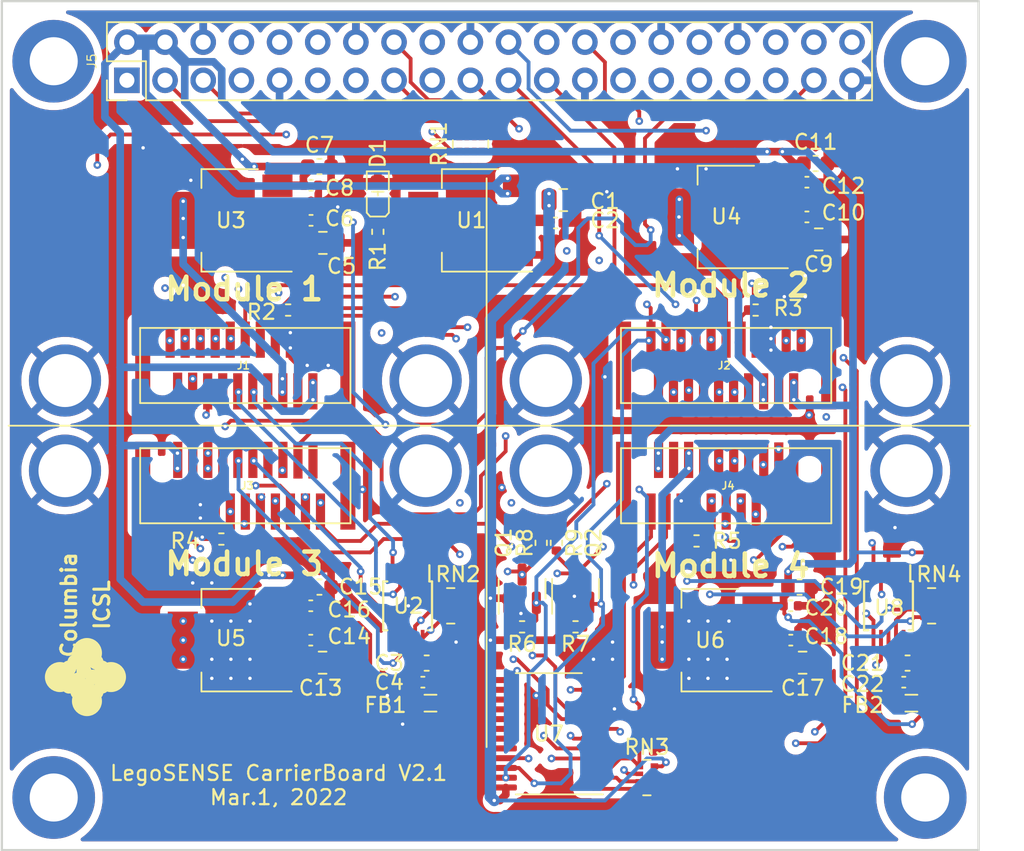
<source format=kicad_pcb>
(kicad_pcb (version 20211014) (generator pcbnew)
  (layers (0 "F.Cu" signal) (1 "In1.Cu" signal) (2 "In2.Cu" signal) (31 "B.Cu" signal) (34 "B.Paste" user) (35 "F.Paste" user) (36 "B.SilkS" user "B.Silkscreen") (37 "F.SilkS" user "F.Silkscreen") (38 "B.Mask" user) (39 "F.Mask" user) (44 "Edge.Cuts" user))
  (net 0 "")
  (net 1 "+3V3")
  (net 2 "Net-(D1-Pad2)")
  (net 7 "/SDA_EEPROM1")
  (net 8 "/SCL_EEPROM1")
  (net 9 "GND")
  (net 10 "/SDA1")
  (net 11 "/SCL1")
  (net 13 "/3V_RPi")
  (net 14 "/TXD3")
  (net 15 "/TXD0")
  (net 16 "/RXD0")
  (net 17 "/SPI1CE1")
  (net 18 "/SPI1CE0")
  (net 19 "/GPIO27")
  (net 20 "/SDA6")
  (net 21 "/SCL6")
  (net 22 "/GPIO24")
  (net 23 "/SPI0MOSI")
  (net 24 "/SPI0MISO")
  (net 25 "/GPIO25")
  (net 26 "/SPI0SCLK")
  (net 27 "/SPI0CE0")
  (net 28 "/SPI0CE1")
  (net 29 "/TXD2")
  (net 30 "/RXD2")
  (net 31 "/RXD3")
  (net 32 "/GPIO6")
  (net 33 "/TXD5")
  (net 34 "/RXD5")
  (net 35 "/SPI1MISO")
  (net 36 "/header_to_rpi4/SPI1CE2")
  (net 37 "/GPIO26")
  (net 38 "/SPI1MOSI")
  (net 39 "/SPI1SCLK")
  (net 43 "/SDA_EEPROM2")
  (net 44 "/SCL_EEPROM2")
  (net 49 "/SDA_EEPROM3")
  (net 50 "/SCL_EEPROM3")
  (net 53 "/AN1P")
  (net 54 "/AN1N")
  (net 55 "/AN2P")
  (net 56 "/AN2N")
  (net 57 "/AN3P")
  (net 58 "/AN3N")
  (net 59 "/AN4P")
  (net 60 "/AN4N")
  (net 63 "/SDA_EEPROM4")
  (net 64 "/SCL_EEPROM4")
  (net 65 "/SDA1_5V")
  (net 66 "/SCL1_5V")
  (net 67 "Net-(RN3-Pad1)")
  (net 68 "Net-(RN3-Pad2)")
  (net 69 "Net-(RN3-Pad3)")
  (net 73 "/module1/Status")
  (net 74 "/module2/Status")
  (net 75 "/module3/Status")
  (net 76 "/module4/Status")
  (net 82 "/ADC1/VCC_ADC")
  (net 83 "/module1/3.3V")
  (net 84 "/module2/3.3V")
  (net 85 "/module3/3.3V")
  (net 86 "/module4/3.3V")
  (net 87 "/ADC2/VCC_ADC")
  (net 88 "/5V_RPi")
  (net 89 "Net-(RN2-Pad7)")
  (net 90 "Net-(RN2-Pad8)")
  (net 91 "Net-(RN4-Pad7)")
  (net 92 "Net-(RN4-Pad8)")
  (footprint "MountingHole:MountingHole_3.2mm_M3_ISO14580_Pad_TopBottom" (layer "F.Cu") (at 78.5 97.5)
    (fp_text reference "H1" hide)
    (fp_text value "MountingHole_Pad" hide)
  )
  (footprint "MountingHole:MountingHole_3.2mm_M3_ISO14580_Pad_TopBottom" (layer "F.Cu") (at 136.5 97.5)
    (fp_text reference "H2" hide)
    (fp_text value "MountingHole_Pad" hide)
  )
  (footprint "MountingHole:MountingHole_3.2mm_M3_ISO14580_Pad_TopBottom" (layer "F.Cu") (at 78.5 146.5)
    (fp_text reference "H3" hide)
    (fp_text value "MountingHole_Pad" hide)
  )
  (footprint "MountingHole:MountingHole_3.2mm_M3_ISO14580_Pad_TopBottom" (layer "F.Cu") (at 136.5 146.5)
    (fp_text reference "H4" hide)
    (fp_text value "MountingHole_Pad" hide)
  )
  (footprint "ICSL:Spacer_M1502-B-2545_AL" (layer "F.Cu") (at 79.25 118.75)
    (fp_text reference "H5" hide)
    (fp_text value "M1502-B-2545-AL" hide)
  )
  (footprint "ICSL:Spacer_M1502-B-2545_AL" (layer "F.Cu") (at 79.25 124.75)
    (fp_text reference "H6" hide)
    (fp_text value "M1502-B-2545-AL" hide)
  )
  (footprint "ICSL:Spacer_M1502-B-2545_AL" (layer "F.Cu") (at 135.25 124.75)
    (fp_text reference "H7" hide)
    (fp_text value "M1502-B-2545-AL" hide)
  )
  (footprint "ICSL:Spacer_M1502-B-2545_AL" (layer "F.Cu") (at 135.25 118.75)
    (fp_text reference "H8" hide)
    (fp_text value "M1502-B-2545-AL" hide)
  )
  (footprint "ICSL:Spacer_M1502-B-2545_AL" (layer "F.Cu") (at 103.25 118.75)
    (fp_text reference "H9" hide)
    (fp_text value "M1502-B-2545-AL" hide)
  )
  (footprint "ICSL:Spacer_M1502-B-2545_AL" (layer "F.Cu") (at 111.25 118.75)
    (fp_text reference "H10" hide)
    (fp_text value "M1502-B-2545-AL" hide)
  )
  (footprint "ICSL:Spacer_M1502-B-2545_AL" (layer "F.Cu") (at 103.25 124.75)
    (fp_text reference "H11" hide)
    (fp_text value "M1502-B-2545-AL" hide)
  )
  (footprint "ICSL:Spacer_M1502-B-2545_AL" (layer "F.Cu") (at 111.25 124.75)
    (fp_text reference "H12" hide)
    (fp_text value "M1502-B-2545-AL" hide)
  )
  (footprint "ICSL:Amphenol_91931_31121LF_RCPT" (layer "F.Cu") (at 91.25 117.75 180)
    (fp_text reference "J1")
    (fp_text value "Amphenol_91931-31121_recep" hide)
  )
  (footprint "ICSL:Amphenol_91931_31121LF_RCPT" (layer "F.Cu") (at 123.25 117.75 180)
    (fp_text reference "J2")
    (fp_text value "Amphenol_91931-31121_recep" hide)
  )
  (footprint "ICSL:Amphenol_91931_31121LF_RCPT" (layer "F.Cu") (at 91.25 125.75)
    (fp_text reference "J3")
    (fp_text value "Amphenol_91931-31121_recep" hide)
  )
  (footprint "ICSL:Amphenol_91931_31121LF_RCPT" (layer "F.Cu") (at 123.25 125.75)
    (fp_text reference "J4")
    (fp_text value "Amphenol_91931-31121_recep" hide)
  )
  (footprint "Connector_PinHeader_2.54mm:PinHeader_2x20_P2.54mm_Vertical" (layer "F.Cu") (at 83.37 98.77 90)
    (fp_text reference "J5")
    (fp_text value "RPI4_Header" hide)
  )
  (footprint "jlcsmt:TSSOP-24_4.4x7.8mm_P0.65mm" (layer "F.Cu") (at 111.449 142.258 90)
    (fp_text reference "U7")
    (fp_text value "TCA9548APWR" hide)
  )
  (footprint "Inductor_SMD:L_0805_2012Metric" (layer "F.Cu") (at 103.575 140.221 180)
    (fp_text reference "FB1")
    (fp_text value "B_0805_600R")
  )
  (footprint "Capacitor_SMD:C_0402_1005Metric" (layer "F.Cu") (at 95.6062 133.741)
    (fp_text reference "C16")
    (fp_text value "C_0402_0.1uF_16V")
  )
  (footprint "Capacitor_SMD:C_0402_1005Metric" (layer "F.Cu") (at 111.896 108.264)
    (fp_text reference "C2")
    (fp_text value "C_0402_1uF_25V")
  )
  (footprint "Resistor_SMD:R_0402_1005Metric" (layer "F.Cu") (at 111.957 129.553 -90)
    (fp_text reference "R9")
    (fp_text value "R_0402_10K")
  )
  (footprint "Resistor_SMD:R_0402_1005Metric" (layer "F.Cu") (at 89.6558 129.299)
    (fp_text reference "R4")
    (fp_text value "R_0402_10K")
  )
  (footprint "jlcsmt:SOT-223-3_TabPin2" (layer "F.Cu") (at 122.1864 136.03)
    (fp_text reference "U6")
    (fp_text value "AMS1117-3.3")
  )
  (footprint "Resistor_SMD:R_0402_1005Metric" (layer "F.Cu") (at 100.0698 108.852 90)
    (fp_text reference "R1")
    (fp_text value "R_0402_10K")
  )
  (footprint "Resistor_SMD:R_0402_1005Metric" (layer "F.Cu") (at 94.1008 114.059 180)
    (fp_text reference "R2")
    (fp_text value "R_0402_10K")
  )
  (footprint "Capacitor_SMD:C_0805_2012Metric" (layer "F.Cu") (at 96.3936 137.5256)
    (fp_text reference "C13")
    (fp_text value "C_0805_10uF_25V")
  )
  (footprint "jlcsmt:SOT-223-3_TabPin2" (layer "F.Cu") (at 106.242 108.09)
    (fp_text reference "U1")
    (fp_text value "AMS1117-3.3")
  )
  (footprint "Capacitor_SMD:C_0402_1005Metric" (layer "F.Cu") (at 135.071 138.824)
    (fp_text reference "C22")
    (fp_text value "C_0402_1uF_25V")
  )
  (footprint "jlcsmt:R_Array_Convex_4x0402" (layer "F.Cu") (at 136.9252 133.744 -90)
    (fp_text reference "RN4")
    (fp_text value "RN_0402x4_10K")
  )
  (footprint "Capacitor_SMD:C_0603_1608Metric" (layer "F.Cu") (at 96.1836 132.4964)
    (fp_text reference "C15")
    (fp_text value "C_0603_4.7uF_16V")
  )
  (footprint "Capacitor_SMD:C_0805_2012Metric" (layer "F.Cu") (at 96.4122 109.5886)
    (fp_text reference "C5")
    (fp_text value "C_0805_10uF_25V")
  )
  (footprint "Capacitor_SMD:C_0603_1608Metric" (layer "F.Cu") (at 103.321 137.554)
    (fp_text reference "C3")
    (fp_text value "C_0603_4.7uF_16V")
  )
  (footprint "jlcsmt:SOT-23" (layer "F.Cu") (at 109.671 132.601 -90)
    (fp_text reference "Q1")
    (fp_text value "NMOS_BSS138")
  )
  (footprint "Capacitor_SMD:C_0603_1608Metric" (layer "F.Cu") (at 96.1836 104.5086)
    (fp_text reference "C7")
    (fp_text value "C_0603_4.7uF_16V")
  )
  (footprint "Resistor_SMD:R_0402_1005Metric" (layer "F.Cu") (at 125.2138 114.059 180)
    (fp_text reference "R3")
    (fp_text value "R_0402_10K")
  )
  (footprint "jlcsmt:R_Array_Convex_4x0402" (layer "F.Cu") (at 104.9212 133.744 -90)
    (fp_text reference "RN2")
    (fp_text value "RN_0402x4_10K")
  )
  (footprint "jlcsmt:TSSOP-10_3x3mm_P0.5mm" (layer "F.Cu") (at 102.051 133.744 180)
    (fp_text reference "U2")
    (fp_text value "ADC_ADS1115IDGSR")
  )
  (footprint "Capacitor_SMD:C_0402_1005Metric" (layer "F.Cu") (at 127.5526 136.027)
    (fp_text reference "C18")
    (fp_text value "C_0402_1uF_25V")
  )
  (footprint "Resistor_SMD:R_0402_1005Metric" (layer "F.Cu") (at 121.2808 129.426)
    (fp_text reference "R5")
    (fp_text value "R_0402_10K")
  )
  (footprint "Capacitor_SMD:C_0402_1005Metric" (layer "F.Cu") (at 128.6262 105.55)
    (fp_text reference "C12")
    (fp_text value "C_0402_0.1uF_16V")
  )
  (footprint "Capacitor_SMD:C_0402_1005Metric" (layer "F.Cu") (at 128.6262 107.8614)
    (fp_text reference "C10")
    (fp_text value "C_0402_1uF_25V")
  )
  (footprint "Resistor_SMD:R_0402_1005Metric" (layer "F.Cu") (at 109.671 135.141)
    (fp_text reference "R6")
    (fp_text value "R_0402_10K")
  )
  (footprint "Capacitor_SMD:C_0805_2012Metric" (layer "F.Cu") (at 129.4136 109.36)
    (fp_text reference "C9")
    (fp_text value "C_0805_10uF_25V")
  )
  (footprint "jlcsmt:SOT-223-3_TabPin2" (layer "F.Cu") (at 90.24 136.03)
    (fp_text reference "U5")
    (fp_text value "AMS1117-3.3")
  )
  (footprint "Capacitor_SMD:C_0402_1005Metric" (layer "F.Cu") (at 95.6248 108.09)
    (fp_text reference "C6")
    (fp_text value "C_0402_1uF_25V")
  )
  (footprint "Inductor_SMD:L_0805_2012Metric" (layer "F.Cu") (at 135.579 140.221 180)
    (fp_text reference "FB2")
    (fp_text value "B_0805_600R")
  )
  (footprint "Capacitor_SMD:C_0603_1608Metric" (layer "F.Cu") (at 128.1368 132.4964)
    (fp_text reference "C19")
    (fp_text value "C_0603_4.7uF_16V")
  )
  (footprint "Capacitor_SMD:C_0805_2012Metric" (layer "F.Cu") (at 112.4142 106.74)
    (fp_text reference "C1")
    (fp_text value "C_0805_10uF_25V")
  )
  (footprint "Capacitor_SMD:C_0603_1608Metric" (layer "F.Cu") (at 129.2036 104.3054)
    (fp_text reference "C11")
    (fp_text value "C_0603_4.7uF_16V")
  )
  (footprint "Capacitor_SMD:C_0402_1005Metric" (layer "F.Cu") (at 95.6248 105.7532)
    (fp_text reference "C8")
    (fp_text value "C_0402_0.1uF_16V")
  )
  (footprint "Capacitor_SMD:C_0402_1005Metric" (layer "F.Cu") (at 103.067 138.824)
    (fp_text reference "C4")
    (fp_text value "C_0402_1uF_25V")
  )
  (footprint "jlcsmt:LED_0603_1608Metric" (layer "F.Cu") (at 100.0698 106.312 90)
    (fp_text reference "D1")
    (fp_text value "LED_0603_Red")
  )
  (footprint "jlcsmt:R_Array_Convex_4x0402" (layer "F.Cu") (at 106.242 103.01)
    (fp_text reference "RN1")
    (fp_text value "RN_0402x4_10K")
  )
  (footprint "jlcsmt:SOT-223-3_TabPin2" (layer "F.Cu") (at 90.24 108.09)
    (fp_text reference "U3")
    (fp_text value "AMS1117-3.3")
  )
  (footprint "jlcsmt:TSSOP-10_3x3mm_P0.5mm" (layer "F.Cu") (at 134.055 133.744 180)
    (fp_text reference "U8")
    (fp_text value "ADC_ADS1115IDGSR")
  )
  (footprint "jlcsmt:SOT-23" (layer "F.Cu") (at 113.227 132.601 -90)
    (fp_text reference "Q2")
    (fp_text value "NMOS_BSS138")
  )
  (footprint "Resistor_SMD:R_0402_1005Metric" (layer "F.Cu") (at 113.227 135.141)
    (fp_text reference "R7")
    (fp_text value "R_0402_10K")
  )
  (footprint "Resistor_SMD:R_0402_1005Metric" (layer "F.Cu") (at 110.941 129.553 -90)
    (fp_text reference "R8")
    (fp_text value "R_0402_10K")
  )
  (footprint "Capacitor_SMD:C_0402_1005Metric" (layer "F.Cu") (at 95.6062 136.027)
    (fp_text reference "C14")
    (fp_text value "C_0402_1uF_25V")
  )
  (footprint "ICSL:icsl_logo" (layer "F.Cu") (at 80.5118 136.284 90)
    (fp_text reference "U9" hide)
    (fp_text value "ICSL_LOGO" hide)
  )
  (footprint "Capacitor_SMD:C_0805_2012Metric" (layer "F.Cu") (at 128.34 137.5256)
    (fp_text reference "C17")
    (fp_text value "C_0805_10uF_25V")
  )
  (footprint "jlcsmt:SOT-223-3_TabPin2" (layer "F.Cu") (at 123.26 107.8644)
    (fp_text reference "U4")
    (fp_text value "AMS1117-3.3")
  )
  (footprint "Capacitor_SMD:C_0402_1005Metric" (layer "F.Cu") (at 127.5526 133.741)
    (fp_text reference "C20")
    (fp_text value "C_0402_0.1uF_16V")
  )
  (footprint "jlcsmt:R_Array_Convex_4x0402" (layer "F.Cu") (at 117.9768 145.174 90)
    (fp_text reference "RN3")
    (fp_text value "RN_0402x4_10K")
  )
  (footprint "Capacitor_SMD:C_0603_1608Metric" (layer "F.Cu") (at 135.325 137.554)
    (fp_text reference "C21")
    (fp_text value "C_0603_4.7uF_16V")
  )
  (gr_line (start 107.3088 105.296) (end 107.3088 143.142) (layer "F.SilkS") (width 0.12))
  (gr_line (start 75.5 121.7552) (end 139.5 121.7552) (layer "F.SilkS") (width 0.12))
  (gr_line (start 75.0508 150) (end 75.0508 93.5) (layer "Edge.Cuts") (width 0.15))
  (gr_line (start 140.0508 93.5) (end 140.0508 150) (layer "Edge.Cuts") (width 0.15))
  (gr_line (start 140.0508 150) (end 75.0508 150) (layer "Edge.Cuts") (width 0.15))
  (gr_line (start 75.0508 93.5) (end 140.0508 93.5) (layer "Edge.Cuts") (width 0.15))
  (gr_text "Module 1" (at 91.1798 112.662) (layer "F.SilkS") (effects (font (size 1.5 1.5) (thickness 0.3))))
  (gr_text "Module 2" (at 123.5648 112.408) (layer "F.SilkS") (effects (font (size 1.5 1.5) (thickness 0.3))))
  (gr_text "Module 4" (at 123.5648 131.077) (layer "F.SilkS") (effects (font (size 1.5 1.5) (thickness 0.3))))
  (gr_text "Module 3" (at 91.1798 130.95) (layer "F.SilkS") (effects (font (size 1.5 1.5) (thickness 0.3))))
  (gr_text "LegoSENSE CarrierBoard V2.1\nMar.1, 2022" (at 93.4658 145.682) (layer "F.SilkS") (effects (font (size 1 1))))
  (segment (start 108.5865 146.3093) (end 108.1978 146.698) (width 0.508) (layer "F.Cu") (net 1))
  (segment (start 111.4642 106.312) (end 111.4642 108.2158) (width 0.762) (layer "F.Cu") (net 1))
  (segment (start 111.242 108.09) (end 111.416 108.264) (width 0.762) (layer "F.Cu") (net 1))
  (segment (start 101.0838 109.362) (end 102.3558 108.09) (width 0.254) (layer "F.Cu") (net 1))
  (segment (start 108.4185 133.236) (end 108.721 133.5385) (width 0.508) (layer "F.Cu") (net 1))
  (segment (start 107.5628 136.03) (end 111.828 136.03) (width 0.508) (layer "F.Cu") (net 1))
  (segment (start 111.828 136.03) (end 112.717 135.141) (width 0.508) (layer "F.Cu") (net 1))
  (segment (start 108.1978 146.698) (end 107.8168 146.698) (width 0.508) (layer "F.Cu") (net 1))
  (segment (start 103.092 108.09) (end 109.392 108.09) (width 1.016) (layer "F.Cu") (net 1))
  (segment (start 111.4642 108.2158) (end 111.416 108.264) (width 0.762) (layer "F.Cu") (net 1))
  (segment (start 109.161 135.0882) (end 108.721 134.6482) (width 0.508) (layer "F.Cu") (net 1))
  (segment (start 108.5865 145.833) (end 108.5865 146.3093) (width 0.508) (layer "F.Cu") (net 1))
  (segment (start 109.392 108.09) (end 111.242 108.09) (width 0.762) (layer "F.Cu") (net 1))
  (segment (start 109.161 135.141) (end 109.161 135.0882) (width 0.508) (layer "F.Cu") (net 1))
  (segment (start 100.0698 109.362) (end 101.0838 109.362) (width 0.254) (layer "F.Cu") (net 1))
  (segment (start 112.717 135.141) (end 112.717 134.8342) (width 0.508) (layer "F.Cu") (net 1))
  (segment (start 112.277 134.3942) (end 112.277 133.5385) (width 0.508) (layer "F.Cu") (net 1))
  (segment (start 107.5628 133.236) (end 108.4185 133.236) (width 0.508) (layer "F.Cu") (net 1))
  (segment (start 112.717 134.8342) (end 112.277 134.3942) (width 0.508) (layer "F.Cu") (net 1))
  (segment (start 108.721 134.6482) (end 108.721 133.5385) (width 0.508) (layer "F.Cu") (net 1))
  (segment (start 118.9808 144.424) (end 119.2468 144.158) (width 0.254) (layer "F.Cu") (net 1))
  (segment (start 118.4768 144.424) (end 118.9808 144.424) (width 0.254) (layer "F.Cu") (net 1))
  (segment (start 102.3558 108.09) (end 103.092 108.09) (width 0.254) (layer "F.Cu") (net 1))
  (via (at 107.5628 136.03) (size 0.508) (drill 0.2286) (layers "F.Cu" "B.Cu") (net 1))
  (via (at 111.4642 106.312) (size 0.508) (drill 0.2286) (layers "F.Cu" "B.Cu") (net 1))
  (via (at 107.5628 133.236) (size 0.508) (drill 0.2286) (layers "F.Cu" "B.Cu") (net 1))
  (via (at 111.4642 107.1096) (size 0.508) (drill 0.2286) (layers "F.Cu" "B.Cu") (net 1))
  (via (at 107.8168 146.698) (size 0.508) (drill 0.2286) (layers "F.Cu" "B.Cu") (net 1))
  (via (at 119.2468 144.158) (size 0.508) (drill 0.2286) (layers "F.Cu" "B.Cu") (net 1))
  (segment (start 118.9928 143.904) (end 119.2468 144.158) (width 0.254) (layer "B.Cu") (net 1))
  (segment (start 107.5628 114.694) (end 107.5628 146.444) (width 0.762) (layer "B.Cu") (net 1))
  (segment (start 111.4642 110.7926) (end 107.5628 114.694) (width 0.762) (layer "B.Cu") (net 1))
  (segment (start 111.4642 107.1096) (end 111.4642 110.7926) (width 0.762) (layer "B.Cu") (net 1))
  (segment (start 107.5628 146.444) (end 107.8168 146.698) (width 0.762) (layer "B.Cu") (net 1))
  (segment (start 107.8168 146.698) (end 115.1828 146.698) (width 0.254) (layer "B.Cu") (net 1))
  (segment (start 115.1828 146.698) (end 117.9768 143.904) (width 0.254) (layer "B.Cu") (net 1))
  (segment (start 117.9768 143.904) (end 118.9928 143.904) (width 0.254) (layer "B.Cu") (net 1))
  (segment (start 111.4642 106.312) (end 111.4642 107.1096) (width 0.762) (layer "B.Cu") (net 1))
  (segment (start 100.0698 108.342) (end 100.0698 107.0995) (width 0.254) (layer "F.Cu") (net 2))
  (segment (start 111.6268 143.904) (end 114.2905 143.904) (width 0.254) (layer "F.Cu") (net 7))
  (segment (start 105.0228 115.71) (end 105.2768 115.964) (width 0.254) (layer "F.Cu") (net 7))
  (segment (start 101.9748 114.44) (end 103.2448 115.71) (width 0.254) (layer "F.Cu") (net 7))
  (segment (start 96.2465 115.13) (end 96.9365 114.44) (width 0.254) (layer "F.Cu") (net 7))
  (segment (start 114.2905 143.904) (end 114.3115 143.883) (width 0.254) (layer "F.Cu") (net 7))
  (segment (start 103.2448 115.71) (end 105.0228 115.71) (width 0.254) (layer "F.Cu") (net 7))
  (segment (start 96.2465 116.03) (end 96.2465 115.13) (width 0.254) (layer "F.Cu") (net 7))
  (segment (start 96.9365 114.44) (end 101.9748 114.44) (width 0.254) (layer "F.Cu") (net 7))
  (via (at 111.6268 143.904) (size 0.508) (drill 0.2286) (layers "F.Cu" "B.Cu") (net 7))
  (via (at 105.2768 115.964) (size 0.508) (drill 0.2286) (layers "F.Cu" "B.Cu") (net 7))
  (segment (start 103.4988 115.202) (end 106.0388 115.202) (width 0.254) (layer "F.Cu") (net 8))
  (segment (start 102.2288 113.932) (end 103.4988 115.202) (width 0.254) (layer "F.Cu") (net 8))
  (segment (start 96.4445 113.932) (end 98.4188 113.932) (width 0.254) (layer "F.Cu") (net 8))
  (segment (start 95.2465 115.13) (end 96.4445 113.932) (width 0.254) (layer "F.Cu") (net 8))
  (segment (start 98.4188 113.932) (end 102.2288 113.932) (width 0.254) (layer "F.Cu") (net 8))
  (segment (start 111.9718 143.233) (end 114.3115 143.233) (width 0.254) (layer "F.Cu") (net 8))
  (segment (start 111.1188 142.38) (end 111.9718 143.233) (width 0.254) (layer "F.Cu") (net 8))
  (segment (start 95.2465 116.03) (end 95.2465 115.13) (width 0.254) (layer "F.Cu") (net 8))
  (via (at 106.0388 115.202) (size 0.508) (drill 0.2286) (layers "F.Cu" "B.Cu") (net 8))
  (via (at 111.1188 142.38) (size 0.508) (drill 0.2286) (layers "F.Cu" "B.Cu") (net 8))
  (segment (start 94.2465 116.03) (end 94.2465 116.5803) (width 0.254) (layer "F.Cu") (net 9))
  (segment (start 88.2588 127.902) (end 88.2588 127.4753) (width 0.254) (layer "F.Cu") (net 9))
  (segment (start 94.2465 117.2527) (end 94.6088 117.615) (width 0.254) (layer "F.Cu") (net 9))
  (segment (start 88.2588 127.4753) (end 88.2535 127.47) (width 0.254) (layer "F.Cu") (net 9))
  (segment (start 126.2318 114.567) (end 126.2318 115.202) (width 0.254) (layer "F.Cu") (net 9))
  (segment (start 94.2465 114.4233) (end 94.6108 114.059) (width 0.254) (layer "F.Cu") (net 9))
  (segment (start 120.7708 129.426) (end 122.0408 130.696) (width 0.254) (layer "F.Cu") (net 9))
  (segment (start 120.2535 128.9087) (end 120.2535 127.47) (width 0.254) (layer "F.Cu") (net 9))
  (segment (start 94.2465 115.5643) (end 94.2465 114.4233) (width 0.254) (layer "F.Cu") (net 9))
  (segment (start 88.5128 129.299) (end 88.3858 129.172) (width 0.254) (layer "F.Cu") (net 9))
  (segment (start 134.055 128.9688) (end 134.4868 128.537) (width 0.254) (layer "F.Cu") (net 9))
  (segment (start 102.051 131.594) (end 102.051 133.6932) (width 0.254) (layer "F.Cu") (net 9))
  (segment (start 88.2588 127.902) (end 88.2588 129.045) (width 0.254) (layer "F.Cu") (net 9))
  (segment (start 89.1458 129.299) (end 88.5128 129.299) (width 0.254) (layer "F.Cu") (net 9))
  (segment (start 102.051 133.6932) (end 102.1018 133.744) (width 0.254) (layer "F.Cu") (net 9))
  (segment (start 94.2465 116.5803) (end 94.2465 117.2527) (width 0.254) (layer "F.Cu") (net 9))
  (segment (start 125.7238 114.059) (end 126.2318 114.567) (width 0.254) (layer "F.Cu") (net 9))
  (segment (start 95.3708 117.742) (end 96.7678 117.742) (width 0.254) (layer "F.Cu") (net 9))
  (segment (start 120.7708 129.426) (end 120.2535 128.9087) (width 0.254) (layer "F.Cu") (net 9))
  (segment (start 94.6088 117.615) (end 94.7358 117.742) (width 0.254) (layer "F.Cu") (net 9))
  (segment (start 134.055 131.594) (end 134.055 128.9688) (width 0.254) (layer "F.Cu") (net 9))
  (segment (start 118.4768 144.924) (end 118.4768 145.424) (width 0.254) (layer "F.Cu") (net 9))
  (segment (start 94.7358 117.742) (end 95.3708 117.742) (width 0.254) (layer "F.Cu") (net 9))
  (segment (start 94.2465 116.03) (end 94.2465 115.5643) (width 0.254) (layer "F.Cu") (net 9))
  (segment (start 88.2588 129.045) (end 88.3858 129.172) (width 0.254) (layer "F.Cu") (net 9))
  (via (at 97.4028 107.201) (size 0.508) (drill 0.2286) (layers "F.Cu" "B.Cu") (net 9))
  (via (at 122.0408 137.3) (size 0.508) (drill 0.2286) (layers "F.Cu" "B.Cu") (net 9))
  (via (at 88.3858 129.172) (size 0.508) (drill 0.2286) (layers "F.Cu" "B.Cu") (net 9))
  (via (at 108.3248 125.87) (size 0.508) (drill 0.2286) (layers "F.Cu" "B.Cu") (net 9))
  (via (at 91.5608 138.57) (size 0.508) (drill 0.2286) (layers "F.Cu" "B.Cu") (net 9))
  (via (at 115.6908 136.157) (size 0.508) (drill 0.2286) (layers "F.Cu" "B.Cu") (net 9))
  (via (at 87.6238 105.423) (size 0.508) (drill 0.2286) (layers "F.Cu" "B.Cu") (net 9))
  (via (at 90.2908 138.57) (size 0.508) (drill 0.2286) (layers "F.Cu" "B.Cu") (net 9))
  (via (at 95.3708 117.742) (size 0.508) (drill 0.2286) (layers "F.Cu" "B.Cu") (net 9))
  (via (at 87.7508 132.22) (size 0.508) (drill 0.2286) (layers "F.Cu" "B.Cu") (net 9))
  (via (at 110.6108 139.713) (size 0.508) (drill 0.2286) (layers "F.Cu" "B.Cu") (net 9))
  (via (at 127.1208 113.17) (size 0.508) (drill 0.2286) (layers "F.Cu" "B.Cu") (net 9))
  (via (at 88.2588 127.013) (size 0.508) (drill 0.2286) (layers "F.Cu" "B.Cu") (net 9))
  (via (at 120.7708 134.76) (size 0.508) (drill 0.2286) (layers "F.Cu" "B.Cu") (net 9))
  (via (at 102.1018 133.744) (size 0.508) (drill 0.2286) (layers "F.Cu" "B.Cu") (net 9))
  (via (at 90.2908 134.76) (size 0.508) (drill 0.2286) (layers "F.Cu" "B.Cu") (net 9))
  (via (at 88.2588 127.902) (size 0.508) (drill 0.2286) (layers "F.Cu" "B.Cu") (net 9))
  (via (at 123.3108 137.3) (size 0.508) (drill 0.2286) (layers "F.Cu" "B.Cu") (net 9))
  (via (at 91.5608 133.617) (size 0.508) (drill 0.2286) (layers "F.Cu" "B.Cu") (net 9))
  (via (at 84.4488 103.264) (size 0.508) (drill 0.2286) (layers "F.Cu" "B.Cu") (net 9))
  (via (at 121.9138 104.661) (size 0.508) (drill 0.2286) (layers "F.Cu" "B.Cu") (net 9))
  (via (at 128.5178 113.17) (size 0.508) (drill 0.2286) (layers "F.Cu" "B.Cu") (net 9))
  (via (at 122.0408 138.57) (size 0.508) (drill 0.2286) (layers "F.Cu" "B.Cu") (net 9))
  (via (at 123.5648 130.696) (size 0.508) (drill 0.2286) (layers "F.Cu" "B.Cu") (net 9))
  (via (at 120.2628 126.759) (size 0.508) (drill 0.2286) (layers "F.Cu" "B.Cu") (net 9))
  (via (at 126.2318 116.726) (size 0.508) (drill 0.2286) (layers "F.Cu" "B.Cu") (net 9))
  (via (at 122.0408 130.696) (size 0.508) (drill 0.2286) (layers "F.Cu" "B.Cu") (net 9))
  (via (at 105.2768 136.157) (size 0.508) (drill 0.2286) (layers "F.Cu" "B.Cu") (net 9))
  (via (at 122.0408 134.76) (size 0.508) (drill 0.2286) (layers "F.Cu" "B.Cu") (net 9))
  (via (at 113.1508 133.109) (size 0.508) (drill 0.2286) (layers "F.Cu" "B.Cu") (net 9))
  (via (at 120.7708 137.3) (size 0.508) (drill 0.2286) (layers "F.Cu" "B.Cu") (net 9))
  (via (at 96.7678 117.742) (size 0.508) (drill 0.2286) (layers "F.Cu" "B.Cu") (net 9))
  (via (at 94.2465 116.5803) (size 0.508) (drill 0.2286) (layers "F.Cu" "B.Cu") (net 9))
  (via (at 87.1158 112.408) (size 0.508) (drill 0.2286) (layers "F.Cu" "B.Cu") (net 9))
  (via (at 91.5608 137.3) (size 0.508) (drill 0.2286) (layers "F.Cu" "B.Cu") (net 9))
  (via (at 100.7048 139.713) (size 0.508) (drill 0.2286) (layers "F.Cu" "B.Cu") (net 9))
  (via (at 128.7718 121.044) (size 0.508) (drill 0.2286) (layers "F.Cu" "B.Cu") (net 9))
  (via (at 120.7708 138.57) (size 0.508) (drill 0.2286) (layers "F.Cu" "B.Cu") (net 9))
  (via (at 89.0208 132.22) (size 0.508) (drill 0.2286) (layers "F.Cu" "B.Cu") (net 9))
  (via (at 134.4868 128.537) (size 0.508) (drill 0.2286) (layers "F.Cu" "B.Cu") (net 9))
  (via (at 115.1828 118.504) (size 0.508) (drill 0.2286) (layers "F.Cu" "B.Cu") (net 9))
  (via (at 109.5948 134.252) (size 0.508) (drill 0.2286) (layers "F.Cu" "B.Cu") (net 9))
  (via (at 123.3108 138.57) (size 0.508) (drill 0.2286) (layers "F.Cu" "B.Cu") (net 9))
  (via (at 114.4208 137.3) (size 0.508) (drill 0.2286) (layers "F.Cu" "B.Cu") (net 9))
  (via (at 109.3408 138.062) (size 0.508) (drill 0.2286) (layers "F.Cu" "B.Cu") (net 9))
  (via (at 89.0208 134.76) (size 0.508) (drill 0.2286) (layers "F.Cu" "B.Cu") (net 9))
  (via (at 126.2318 115.202) (size 0.508) (drill 0.2286) (layers "F.Cu" "B.Cu") (net 9))
  (via (at 94.2465 115.5643) (size 0.508) (drill 0.2286) (layers "F.Cu" "B.Cu") (net 9))
  (via (at 128.5178 111.773) (size 0.508) (drill 0.2286) (layers "F.Cu" "B.Cu") (net 9))
  (via (at 115.8178 140.602) (size 0.508) (drill 0.2286) (layers "F.Cu" "B.Cu") (net 9))
  (via (at 89.0208 137.3) (size 0.508) (drill 0.2286) (layers "F.Cu" "B.Cu") (net 9))
  (via (at 101.7208 141.618) (size 0.508) (drill 0.2286) (layers "F.Cu" "B.Cu") (net 9))
  (via (at 90.2908 137.3) (size 0.508) (drill 0.2286) (layers "F.Cu" "B.Cu") (net 9))
  (via (at 99.0538 125.997) (size 0.508) (drill 0.2286) (layers "F.Cu" "B.Cu") (net 9))
  (via (at 126.2318 115.964) (size 0.508) (drill 0.2286) (layers "F.Cu" "B.Cu") (net 9))
  (via (at 115.6908 137.3) (size 0.508) (drill 0.2286) (layers "F.Cu" "B.Cu") (net 9))
  (via (at 123.4378 134.76) (size 0.508) (drill 0.2286) (layers "F.Cu" "B.Cu") (net 9))
  (via (at 115.3098 106.185) (size 0.508) (drill 0.2286) (layers "F.Cu" "B.Cu") (net 9))
  (via (at 120.0088 104.661) (size 0.508) (drill 0.2286) (layers "F.Cu" "B.Cu") (net 9))
  (via (at 91.5608 134.76) (size 0.508) (drill 0.2286) (layers "F.Cu" "B.Cu") (net 9))
  (via (at 89.0208 138.57) (size 0.508) (drill 0.2286) (layers "F.Cu" "B.Cu") (net 9))
  (segment (start 85.91 98.77) (end 88.626 101.486) (width 0.254) (layer "F.Cu") (net 10))
  (segment (start 105.492 102.4632) (end 105.492 102.51) (width 0.254) (layer "F.Cu") (net 10))
  (segment (start 87.2465 115.9677) (end 87.2428 115.964) (width 0.254) (layer "F.Cu") (net 10))
  (segment (start 110.621 134.701) (end 110.181 135.141) (width 0.254) (layer "F.Cu") (net 10))
  (segment (start 87.2465 116.03) (end 87.2465 115.9677) (width 0.254) (layer "F.Cu") (net 10))
  (segment (start 104.5148 101.486) (end 105.492 102.4632) (width 0.254) (layer "F.Cu") (net 10))
  (segment (start 88.626 101.486) (end 104.5148 101.486) (width 0.254) (layer "F.Cu") (net 10))
  (segment (start 110.621 133.5385) (end 110.621 134.701) (width 0.254) (layer "F.Cu") (net 10))
  (via (at 85.91 112.5978) (size 0.508) (drill 0.2286) (layers "F.Cu" "B.Cu") (net 10))
  (via (at 110.621 133.5385) (size 0.508) (drill 0.2286) (layers "F.Cu" "B.Cu") (net 10))
  (via (at 119.2465 116.03) (size 0.508) (drill 0.2286) (layers "F.Cu" "B.Cu") (net 10))
  (via (at 87.2428 115.964) (size 0.508) (drill 0.2286) (layers "F.Cu" "B.Cu") (net 10))
  (via (at 108.5865 145.183) (size 0.508) (drill 0.2286) (layers "F.Cu" "B.Cu") (net 10))
  (segment (start 113.2778 128.156) (end 114.4208 127.013) (width 0.254) (layer "B.Cu") (net 10))
  (segment (start 116.7068 115.329) (end 118.5455 115.329) (width 0.254) (layer "B.Cu") (net 10))
  (segment (start 114.4208 127.013) (end 114.4208 117.615) (width 0.254) (layer "B.Cu") (net 10))
  (segment (start 108.5788 145.1753) (end 108.5865 145.183) (width 0.254) (layer "B.Cu") (net 10))
  (segment (start 118.5455 115.329) (end 119.2465 116.03) (width 0.254) (layer "B.Cu") (net 10))
  (segment (start 110.621 133.5385) (end 111.0403 133.5385) (width 0.254) (layer "B.Cu") (net 10))
  (segment (start 111.2458 133.744) (end 111.2458 137.173) (width 0.254) (layer "B.Cu") (net 10))
  (segment (start 111.0403 133.5385) (end 111.2458 133.744) (width 0.254) (layer "B.Cu") (net 10))
  (segment (start 110.1028 138.316) (end 110.1028 143.015) (width 0.254) (layer "B.Cu") (net 10))
  (segment (start 111.2458 137.173) (end 110.1028 138.316) (width 0.254) (layer "B.Cu") (net 10))
  (segment (start 114.4208 117.615) (end 116.7068 115.329) (width 0.254) (layer "B.Cu") (net 10))
  (segment (start 113.2778 129.172) (end 113.2778 128.156) (width 0.254) (layer "B.Cu") (net 10))
  (segment (start 108.5788 145.1753) (end 108.5788 144.539) (width 0.254) (layer "B.Cu") (net 10))
  (segment (start 110.1028 143.015) (end 108.5788 144.539) (width 0.254) (layer "B.Cu") (net 10))
  (segment (start 110.621 131.8288) (end 113.2778 129.172) (width 0.254) (layer "B.Cu") (net 10))
  (segment (start 110.621 133.5385) (end 110.621 131.8288) (width 0.254) (layer "B.Cu") (net 10))
  (segment (start 86.2465 116.03) (end 86.2465 116.0713) (width 0.254) (layer "F.Cu") (net 11))
  (segment (start 118.2465 116.03) (end 118.2465 115.9797) (width 0.254) (layer "F.Cu") (net 11))
  (segment (start 88.45 98.77) (end 90.658 100.978) (width 0.254) (layer "F.Cu") (net 11))
  (segment (start 118.1038 116.091) (end 118.1648 116.03) (width 0.254) (layer "F.Cu") (net 11))
  (segment (start 118.2465 116.03) (end 118.1648 116.03) (width 0.254) (layer "F.Cu") (net 11))
  (segment (start 105.0228 100.978) (end 105.992 101.9472) (width 0.254) (layer "F.Cu") (net 11))
  (segment (start 114.177 133.5385) (end 114.177 134.701) (width 0.254) (layer "F.Cu") (net 11))
  (segment (start 109.4618 144.533) (end 110.4838 145.555) (width 0.254) (layer "F.Cu") (net 11))
  (segment (start 118.2308 116.0143) (end 118.2465 116.03) (width 0.254) (layer "F.Cu") (net 11))
  (segment (start 114.177 134.701) (end 113.737 135.141) (width 0.254) (layer "F.Cu") (net 11))
  (segment (start 105.992 101.9472) (end 105.992 102.51) (width 0.254) (layer "F.Cu") (net 11))
  (segment (start 114.2555 133.617) (end 114.177 133.5385) (width 0.254) (layer "F.Cu") (net 11))
  (segment (start 117.9768 113.678) (end 118.2308 113.932) (width 0.254) (layer "F.Cu") (net 11))
  (segment (start 108.5865 144.533) (end 109.4618 144.533) (width 0.254) (layer "F.Cu") (net 11))
  (segment (start 118.2308 113.932) (end 118.2308 116.0143) (width 0.254) (layer "F.Cu") (net 11))
  (segment (start 86.2465 116.0713) (end 86.2268 116.091) (width 0.254) (layer "F.Cu") (net 11))
  (segment (start 114.9288 133.617) (end 114.2555 133.617) (width 0.254) (layer "F.Cu") (net 11))
  (segment (start 90.658 100.978) (end 105.0228 100.978) (width 0.254) (layer "F.Cu") (net 11))
  (segment (start 118.2465 115.9797) (end 118.2308 115.964) (width 0.254) (layer "F.Cu") (net 11))
  (via (at 86.2268 116.091) (size 0.508) (drill 0.2286) (layers "F.Cu" "B.Cu") (net 11))
  (via (at 114.9288 133.617) (size 0.508) (drill 0.2286) (layers "F.Cu" "B.Cu") (net 11))
  (via (at 110.4838 145.555) (size 0.508) (drill 0.2286) (layers "F.Cu" "B.Cu") (net 11))
  (via (at 117.9768 113.678) (size 0.508) (drill 0.2286) (layers "F.Cu" "B.Cu") (net 11))
  (via (at 118.1038 116.091) (size 0.508) (drill 0.2286) (layers "F.Cu" "B.Cu") (net 11))
  (segment (start 116.3258 117.107) (end 117.3418 116.091) (width 0.254) (layer "B.Cu") (net 11))
  (segment (start 114.0398 128.918) (end 116.3258 126.632) (width 0.254) (layer "B.Cu") (net 11))
  (segment (start 112.8968 144.92) (end 112.2618 145.555) (width 0.254) (layer "B.Cu") (net 11))
  (segment (start 115.0558 135.014) (end 111.8808 138.189) (width 0.254) (layer "B.Cu") (net 11))
  (segment (start 116.3258 126.632) (end 116.3258 117.107) (width 0.254) (layer "B.Cu") (net 11))
  (segment (start 114.9288 131.331) (end 114.0398 130.442) (width 0.254) (layer "B.Cu") (net 11))
  (segment (start 114.0398 130.442) (end 114.0398 128.918) (width 0.254) (layer "B.Cu") (net 11))
  (segment (start 112.2618 145.555) (end 110.4838 145.555) (width 0.254) (layer "B.Cu") (net 11))
  (segment (start 111.8808 138.189) (end 111.8808 142.634) (width 0.254) (layer "B.Cu") (net 11))
  (segment (start 112.8968 143.65) (end 112.8968 144.92) (width 0.254) (layer "B.Cu") (net 11))
  (segment (start 111.8808 142.634) (end 112.8968 143.65) (width 0.254) (layer "B.Cu") (net 11))
  (segment (start 114.9288 133.617) (end 114.9288 131.331) (width 0.254) (layer "B.Cu") (net 11))
  (segment (start 114.9288 133.617) (end 115.0558 133.744) (width 0.254) (layer "B.Cu") (net 11))
  (segment (start 115.0558 133.744) (end 115.0558 135.014) (width 0.254) (layer "B.Cu") (net 11))
  (segment (start 117.3418 116.091) (end 118.1038 116.091) (width 0.254) (layer "B.Cu") (net 11))
  (segment (start 105.492 103.51) (end 106.992 103.51) (width 0.254) (layer "F.Cu") (net 13))
  (segment (start 105.0148 103.51) (end 103.7528 102.248) (width 0.254) (layer "F.Cu") (net 13))
  (segment (start 105.492 103.51) (end 105.0148 103.51) (width 0.254) (layer "F.Cu") (net 13))
  (via (at 103.69 102.1852) (size 0.508) (drill 0.2286) (layers "F.Cu" "B.Cu") (net 13))
  (segment (start 93.7535 124.6933) (end 93.7198 124.727) (width 0.254) (layer "F.Cu") (net 14))
  (segment (start 93.7535 124.03) (end 93.7535 124.6933) (width 0.254) (layer "F.Cu") (net 14))
  (via (at 93.7198 124.727) (size 0.508) (drill 0.2286) (layers "F.Cu" "B.Cu") (net 14))
  (segment (start 88.6398 121.044) (end 88.7465 120.9373) (width 0.254) (layer "F.Cu") (net 15))
  (segment (start 88.7465 120.9373) (end 88.7465 119.47) (width 0.254) (layer "F.Cu") (net 15))
  (via (at 88.6398 121.044) (size 0.508) (drill 0.2286) (layers "F.Cu" "B.Cu") (net 15))
  (segment (start 87.7508 118.631) (end 87.7465 118.6353) (width 0.254) (layer "F.Cu") (net 16))
  (segment (start 87.7465 118.6353) (end 87.7465 119.43) (width 0.254) (layer "F.Cu") (net 16))
  (via (at 87.7508 118.631) (size 0.508) (drill 0.2286) (layers "F.Cu" "B.Cu") (net 16))
  (segment (start 126.2535 128.487022) (end 125.314522 129.426) (width 0.254) (layer "F.Cu") (net 17))
  (segment (start 125.314522 129.426) (end 124.9618 129.426) (width 0.254) (layer "F.Cu") (net 17))
  (segment (start 81.4008 104.407) (end 81.4008 103.264) (width 0.254) (layer "F.Cu") (net 17))
  (segment (start 81.4008 103.264) (end 82.2898 102.375) (width 0.254) (layer "F.Cu") (net 17))
  (segment (start 123.4378 129.426) (end 124.9618 129.426) (width 0.254) (layer "F.Cu") (net 17))
  (segment (start 126.2535 127.47) (end 126.2535 128.487022) (width 0.254) (layer "F.Cu") (net 17))
  (segment (start 82.2898 102.375) (end 93.9738 102.375) (width 0.254) (layer "F.Cu") (net 17))
  (segment (start 123.1838 129.172) (end 123.4378 129.426) (width 0.254) (layer "F.Cu") (net 17))
  (via (at 93.9738 102.375) (size 0.508) (drill 0.2286) (layers "F.Cu" "B.Cu") (net 17))
  (via (at 123.1838 129.172) (size 0.508) (drill 0.2286) (layers "F.Cu" "B.Cu") (net 17))
  (via (at 81.4008 104.407) (size 0.508) (drill 0.2286) (layers "F.Cu" "B.Cu") (net 17))
  (segment (start 93.543522 125.743) (end 91.9418 125.743) (width 0.254) (layer "F.Cu") (net 18))
  (segment (start 94.2535 127.47) (end 94.2535 126.452978) (width 0.254) (layer "F.Cu") (net 18))
  (segment (start 94.2535 126.452978) (end 93.543522 125.743) (width 0.254) (layer "F.Cu") (net 18))
  (via (at 91.9418 125.743) (size 0.508) (drill 0.2286) (layers "F.Cu" "B.Cu") (net 18))
  (segment (start 122.2535 128.9633) (end 121.7908 129.426) (width 0.254) (layer "F.Cu") (net 19))
  (segment (start 122.2535 127.47) (end 122.2535 126.8003) (width 0.254) (layer "F.Cu") (net 19))
  (segment (start 122.2535 126.8003) (end 122.2948 126.759) (width 0.254) (layer "F.Cu") (net 19))
  (segment (start 122.2535 127.47) (end 122.2535 128.9633) (width 0.254) (layer "F.Cu") (net 19))
  (via (at 98.4188 108.217) (size 0.508) (drill 0.2286) (layers "F.Cu" "B.Cu") (net 19))
  (via (at 122.2948 126.759) (size 0.508) (drill 0.2286) (layers "F.Cu" "B.Cu") (net 19))
  (via (at 100.5778 121.679) (size 0.508) (drill 0.2286) (layers "F.Cu" "B.Cu") (net 19))
  (segment (start 98.4188 108.217) (end 98.4188 119.52) (width 0.254) (layer "B.Cu") (net 19))
  (segment (start 98.4188 119.52) (end 100.5778 121.679) (width 0.254) (layer "B.Cu") (net 19))
  (segment (start 100.4508 129.299) (end 99.5618 130.188) (width 0.254) (layer "F.Cu") (net 20))
  (segment (start 95.2535 128.6737) (end 95.2535 127.47) (width 0.254) (layer "F.Cu") (net 20))
  (segment (start 106.492 101.909064) (end 106.492 102.51) (width 0.254) (layer "F.Cu") (net 20))
  (segment (start 125.0888 130.696) (end 125.2158 130.696) (width 0.254) (layer "F.Cu") (net 20))
  (segment (start 99.5618 130.188) (end 96.7678 130.188) (width 0.254) (layer "F.Cu") (net 20))
  (segment (start 101.15 98.77) (end 102.85 100.47) (width 0.254) (layer "F.Cu") (net 20))
  (segment (start 95.2535 126.5147) (end 95.2535 127.47) (width 0.254) (layer "F.Cu") (net 20))
  (segment (start 95.2438 126.505) (end 95.2535 126.5147) (width 0.254) (layer "F.Cu") (net 20))
  (segment (start 105.5308 130.315) (end 104.5148 129.299) (width 0.254) (layer "F.Cu") (net 20))
  (segment (start 102.85 100.47) (end 105.052936 100.47) (width 0.254) (layer "F.Cu") (net 20))
  (segment (start 127.2535 128.6583) (end 127.2535 127.47) (width 0.254) (layer "F.Cu") (net 20))
  (segment (start 105.052936 100.47) (end 106.492 101.909064) (width 0.254) (layer "F.Cu") (net 20))
  (segment (start 96.7678 130.188) (end 95.2535 128.6737) (width 0.254) (layer "F.Cu") (net 20))
  (segment (start 104.5148 129.299) (end 100.4508 129.299) (width 0.254) (layer "F.Cu") (net 20))
  (segment (start 125.2158 130.696) (end 127.2535 128.6583) (width 0.254) (layer "F.Cu") (net 20))
  (via (at 95.2438 126.505) (size 0.508) (drill 0.2286) (layers "F.Cu" "B.Cu") (net 20))
  (via (at 125.0888 130.696) (size 0.508) (drill 0.2286) (layers "F.Cu" "B.Cu") (net 20))
  (via (at 105.5308 130.315) (size 0.508) (drill 0.2286) (layers "F.Cu" "B.Cu") (net 20))
  (via (at 100.3238 115.583) (size 0.508) (drill 0.2286) (layers "F.Cu" "B.Cu") (net 20))
  (segment (start 107.4358 128.283) (end 100.0698 128.283) (width 0.254) (layer "F.Cu") (net 21))
  (segment (start 98.9268 129.426) (end 97.3095 129.426) (width 0.254) (layer "F.Cu") (net 21))
  (segment (start 100.0698 128.283) (end 98.9268 129.426) (width 0.254) (layer "F.Cu") (net 21))
  (segment (start 105.210552 100.08948) (end 106.992 101.870928) (width 0.254) (layer "F.Cu") (net 21))
  (segment (start 96.2535 126.8923) (end 96.2598 126.886) (width 0.254) (layer "F.Cu") (net 21))
  (segment (start 96.2535 127.47) (end 96.2535 126.8923) (width 0.254) (layer "F.Cu") (net 21))
  (segment (start 103.448879 100.08948) (end 105.210552 100.08948) (width 0.254) (layer "F.Cu") (net 21))
  (segment (start 97.3095 129.426) (end 96.2535 128.37) (width 0.254) (layer "F.Cu") (net 21))
  (segment (start 106.992 101.870928) (end 106.992 102.51) (width 0.254) (layer "F.Cu") (net 21))
  (segment (start 96.2535 128.37) (end 96.2535 127.47) (width 0.254) (layer "F.Cu") (net 21))
  (segment (start 101.15 96.23) (end 102.253511 97.333511) (width 0.254) (layer "F.Cu") (net 21))
  (segment (start 126.9938 129.807) (end 127.6288 129.807) (width 0.254) (layer "F.Cu") (net 21))
  (segment (start 102.253511 98.894112) (end 103.448879 100.08948) (width 0.254) (layer "F.Cu") (net 21))
  (segment (start 102.253511 97.333511) (end 102.253511 98.894112) (width 0.254) (layer "F.Cu") (net 21))
  (segment (start 128.2535 129.1823) (end 128.2535 127.47) (width 0.254) (layer "F.Cu") (net 21))
  (segment (start 127.6288 129.807) (end 128.2535 129.1823) (width 0.254) (layer "F.Cu") (net 21))
  (segment (start 108.9598 129.807) (end 107.4358 128.283) (width 0.254) (layer "F.Cu") (net 21))
  (via (at 96.2598 126.886) (size 0.508) (drill 0.2286) (layers "F.Cu" "B.Cu") (net 21))
  (via (at 108.9598 129.807) (size 0.508) (drill 0.2286) (layers "F.Cu" "B.Cu") (net 21))
  (via (at 126.9938 129.807) (size 0.508) (drill 0.2286) (layers "F.Cu" "B.Cu") (net 21))
  (segment (start 94.3553 113.1695) (end 101.2128 113.1695) (width 0.254) (layer "F.Cu") (net 22))
  (segment (start 92.2465 114.5123) (end 92.8268 113.932) (width 0.254) (layer "F.Cu") (net 22))
  (segment (start 92.8268 113.932) (end 93.4638 113.932) (width 0.254) (layer "F.Cu") (net 22))
  (segment (start 93.5908 114.059) (end 93.5908 113.934) (width 0.254) (layer "F.Cu") (net 22))
  (segment (start 93.4638 113.932) (end 93.5908 114.059) (width 0.254) (layer "F.Cu") (net 22))
  (segment (start 92.2465 116.03) (end 92.2465 114.5123) (width 0.254) (layer "F.Cu") (net 22))
  (segment (start 93.5908 113.934) (end 94.3553 113.1695) (width 0.254) (layer "F.Cu") (net 22))
  (via (at 101.2128 113.1695) (size 0.508) (drill 0.2286) (layers "F.Cu" "B.Cu") (net 22))
  (segment (start 109.454 101.994) (end 109.4678 101.994) (width 0.254) (layer "F.Cu") (net 23))
  (segment (start 89.2465 115.9923) (end 89.2748 115.964) (width 0.254) (layer "F.Cu") (net 23))
  (segment (start 121.2465 113.4563) (end 121.2465 116.03) (width 0.254) (layer "F.Cu") (net 23))
  (segment (start 106.23 98.77) (end 109.454 101.994) (width 0.254) (layer "F.Cu") (net 23))
  (segment (start 89.2465 116.03) (end 89.2465 115.9923) (width 0.254) (layer "F.Cu") (net 23))
  (segment (start 121.2788 113.424) (end 121.2465 113.4563) (width 0.254) (layer "F.Cu") (net 23))
  (via (at 89.2748 115.964) (size 0.508) (drill 0.2286) (layers "F.Cu" "B.Cu") (net 23))
  (via (at 109.4678 101.994) (size 0.508) (drill 0.2286) (layers "F.Cu" "B.Cu") (net 23))
  (via (at 121.2788 113.424) (size 0.508) (drill 0.2286) (layers "F.Cu" "B.Cu") (net 23))
  (via (at 90.7988 112.662) (size 0.508) (drill 0.2286) (layers "F.Cu" "B.Cu") (net 23))
  (segment (start 90.2465 116.03) (end 90.2465 116.0083) (width 0.254) (layer "F.Cu") (net 24))
  (segment (start 90.2465 116.0083) (end 90.2908 115.964) (width 0.254) (layer "F.Cu") (net 24))
  (segment (start 114.8018 104.915) (end 114.8018 109.106) (width 0.254) (layer "F.Cu") (net 24))
  (segment (start 108.77 98.77) (end 114.8018 104.8018) (width 0.254) (layer "F.Cu") (net 24))
  (segment (start 114.8018 104.8018) (end 114.8018 104.915) (width 0.254) (layer "F.Cu") (net 24))
  (via (at 93.4658 112.916) (size 0.508) (drill 0.2286) (layers "F.Cu" "B.Cu") (net 24))
  (via (at 122.2465 116.03) (size 0.508) (drill 0.2286) (layers "F.Cu" "B.Cu") (net 24))
  (via (at 90.2908 115.964) (size 0.508) (drill 0.2286) (layers "F.Cu" "B.Cu") (net 24))
  (via (at 114.8018 109.106) (size 0.508) (drill 0.2286) (layers "F.Cu" "B.Cu") (net 24))
  (via (at 119.8818 113.678) (size 0.508) (drill 0.2286) (layers "F.Cu" "B.Cu") (net 24))
  (segment (start 118.8658 112.662) (end 119.8818 113.678) (width 0.254) (layer "B.Cu") (net 24))
  (segment (start 118.3578 112.662) (end 118.8658 112.662) (width 0.254) (layer "B.Cu") (net 24))
  (segment (start 114.8018 109.106) (end 118.3578 112.662) (width 0.254) (layer "B.Cu") (net 24))
  (segment (start 124.9618 112.281) (end 125.0888 112.408) (width 0.254) (layer "F.Cu") (net 25))
  (segment (start 124.7038 114.059) (end 124.2465 114.5163) (width 0.254) (layer "F.Cu") (net 25))
  (segment (start 125.0888 113.674) (end 124.7038 114.059) (width 0.254) (layer "F.Cu") (net 25))
  (segment (start 125.0888 112.408) (end 125.0888 113.674) (width 0.254) (layer "F.Cu") (net 25))
  (segment (start 124.2465 114.5163) (end 124.2465 116.03) (width 0.254) (layer "F.Cu") (net 25))
  (via (at 124.9618 112.281) (size 0.508) (drill 0.2286) (layers "F.Cu" "B.Cu") (net 25))
  (via (at 121.9138 102.121) (size 0.508) (drill 0.2286) (layers "F.Cu" "B.Cu") (net 25))
  (segment (start 110.1028 99.327) (end 112.8968 102.121) (width 0.254) (layer "B.Cu") (net 25))
  (segment (start 110.1028 97.5628) (end 110.1028 99.327) (width 0.254) (layer "B.Cu") (net 25))
  (segment (start 112.8968 102.121) (end 121.9138 102.121) (width 0.254) (layer "B.Cu") (net 25))
  (segment (start 108.77 96.23) (end 110.1028 97.5628) (width 0.254) (layer "B.Cu") (net 25))
  (segment (start 123.2465 113.3597) (end 123.2465 116.03) (width 0.254) (layer "F.Cu") (net 26))
  (segment (start 115.8178 111.9) (end 116.3258 112.408) (width 0.254) (layer "F.Cu") (net 26))
  (segment (start 116.3258 112.408) (end 122.2948 112.408) (width 0.254) (layer "F.Cu") (net 26))
  (segment (start 115.8178 103.2778) (end 115.8178 111.9) (width 0.254) (layer "F.Cu") (net 26))
  (segment (start 111.31 98.77) (end 115.8178 103.2778) (width 0.254) (layer "F.Cu") (net 26))
  (segment (start 122.2948 112.408) (end 123.2465 113.3597) (width 0.254) (layer "F.Cu") (net 26))
  (segment (start 91.2465 116.03) (end 91.2465 113.7383) (width 0.254) (layer "F.Cu") (net 26))
  (segment (start 91.2465 113.7383) (end 92.5768 112.408) (width 0.254) (layer "F.Cu") (net 26))
  (segment (start 92.5768 112.408) (end 116.3258 112.408) (width 0.254) (layer "F.Cu") (net 26))
  (segment (start 88.2465 115.9763) (end 88.2588 115.964) (width 0.254) (layer "F.Cu") (net 27))
  (segment (start 88.2465 116.03) (end 88.2465 115.9763) (width 0.254) (layer "F.Cu") (net 27))
  (via (at 88.2588 115.964) (size 0.508) (drill 0.2286) (layers "F.Cu" "B.Cu") (net 27))
  (via (at 89.9098 111.9) (size 0.508) (drill 0.2286) (layers "F.Cu" "B.Cu") (net 27))
  (segment (start 117.4688 100.851) (end 116.8338 100.216) (width 0.254) (layer "F.Cu") (net 28))
  (segment (start 115.1828 99.962) (end 115.1828 97.5628) (width 0.254) (layer "F.Cu") (net 28))
  (segment (start 115.4368 100.216) (end 115.1828 99.962) (width 0.254) (layer "F.Cu") (net 28))
  (segment (start 115.1828 97.5628) (end 113.85 96.23) (width 0.254) (layer "F.Cu") (net 28))
  (segment (start 116.8338 100.216) (end 115.4368 100.216) (width 0.254) (layer "F.Cu") (net 28))
  (segment (start 120.2465 116.03) (end 120.2465 116.0747) (width 0.254) (layer "F.Cu") (net 28))
  (segment (start 117.4688 101.486) (end 117.4688 100.851) (width 0.254) (layer "F.Cu") (net 28))
  (segment (start 120.2465 116.0747) (end 120.2628 116.091) (width 0.254) (layer "F.Cu") (net 28))
  (via (at 120.2628 116.091) (size 0.508) (drill 0.2286) (layers "F.Cu" "B.Cu") (net 28))
  (via (at 117.4688 101.486) (size 0.508) (drill 0.2286) (layers "F.Cu" "B.Cu") (net 28))
  (segment (start 120.7465 119.47) (end 120.7465 119.4173) (width 0.254) (layer "F.Cu") (net 29))
  (segment (start 120.7465 119.4173) (end 120.7708 119.393) (width 0.254) (layer "F.Cu") (net 29))
  (via (at 120.7708 119.393) (size 0.508) (drill 0.2286) (layers "F.Cu" "B.Cu") (net 29))
  (segment (start 119.7465 119.43) (end 119.7465 119.5117) (width 0.254) (layer "F.Cu") (net 30))
  (segment (start 119.7465 119.5117) (end 119.7548 119.52) (width 0.254) (layer "F.Cu") (net 30))
  (via (at 119.7548 119.52) (size 0.508) (drill 0.2286) (layers "F.Cu" "B.Cu") (net 30))
  (segment (start 106.9278 127.14) (end 106.4198 127.648) (width 0.254) (layer "F.Cu") (net 31))
  (segment (start 106.9278 125.108) (end 106.9278 127.14) (width 0.254) (layer "F.Cu") (net 31))
  (segment (start 106.4198 127.648) (end 101.5938 127.648) (width 0.254) (layer "F.Cu") (net 31))
  (segment (start 101.5938 127.648) (end 100.3238 126.378) (width 0.254) (layer "F.Cu") (net 31))
  (segment (start 94.7535 123.052978) (end 94.7535 124.07) (width 0.254) (layer "F.Cu") (net 31))
  (segment (start 108.5788 123.457) (end 106.9278 125.108) (width 0.254) (layer "F.Cu") (net 31))
  (segment (start 98.7998 122.06) (end 95.746478 122.06) (width 0.254) (layer "F.Cu") (net 31))
  (segment (start 108.5788 122.441) (end 108.5788 123.457) (width 0.254) (layer "F.Cu") (net 31))
  (segment (start 100.3238 123.584) (end 98.7998 122.06) (width 0.254) (layer "F.Cu") (net 31))
  (segment (start 100.3238 126.378) (end 100.3238 123.584) (width 0.254) (layer "F.Cu") (net 31))
  (segment (start 95.746478 122.06) (end 94.7535 123.052978) (width 0.254) (layer "F.Cu") (net 31))
  (via (at 108.5788 122.441) (size 0.508) (drill 0.2286) (layers "F.Cu" "B.Cu") (net 31))
  (via (at 112.6428 110.122) (size 0.508) (drill 0.2286) (layers "F.Cu" "B.Cu") (net 31))
  (segment (start 116.1988 143.904) (end 116.9568 143.904) (width 0.254) (layer "F.Cu") (net 32))
  (segment (start 116.9568 143.904) (end 117.4768 144.424) (width 0.254) (layer "F.Cu") (net 32))
  (segment (start 117.4768 140.356) (end 117.0878 139.967) (width 0.254) (layer "F.Cu") (net 32))
  (segment (start 115.5698 144.533) (end 116.1988 143.904) (width 0.254) (layer "F.Cu") (net 32))
  (segment (start 117.4768 144.424) (end 117.4768 140.356) (width 0.254) (layer "F.Cu") (net 32))
  (segment (start 114.3115 144.533) (end 115.5698 144.533) (width 0.254) (layer "F.Cu") (net 32))
  (via (at 117.4688 125.997) (size 0.508) (drill 0.2286) (layers "F.Cu" "B.Cu") (net 32))
  (via (at 117.0878 139.967) (size 0.508) (drill 0.2286) (layers "F.Cu" "B.Cu") (net 32))
  (via (at 114.8018 110.757) (size 0.508) (drill 0.2286) (layers "F.Cu" "B.Cu") (net 32))
  (segment (start 117.9768 126.505) (end 117.4688 125.997) (width 0.254) (layer "B.Cu") (net 32))
  (segment (start 117.0878 139.967) (end 117.0878 133.871) (width 0.254) (layer "B.Cu") (net 32))
  (segment (start 117.0878 133.871) (end 117.9768 132.982) (width 0.254) (layer "B.Cu") (net 32))
  (segment (start 117.9768 132.982) (end 117.9768 126.505) (width 0.254) (layer "B.Cu") (net 32))
  (segment (start 125.7535 124.3163) (end 125.7238 124.346) (width 0.254) (layer "F.Cu") (net 33))
  (segment (start 125.7535 124.03) (end 125.7535 124.3163) (width 0.254) (layer "F.Cu") (net 33))
  (via (at 125.7238 124.346) (size 0.508) (drill 0.2286) (layers "F.Cu" "B.Cu") (net 33))
  (segment (start 126.7398 123.203) (end 126.7398 123.33) (width 0.254) (layer "F.Cu") (net 34))
  (segment (start 126.7535 123.2167) (end 126.7398 123.203) (width 0.254) (layer "F.Cu") (net 34))
  (segment (start 126.7535 124.07) (end 126.7535 123.2167) (width 0.254) (layer "F.Cu") (net 34))
  (via (at 126.7398 123.33) (size 0.508) (drill 0.2286) (layers "F.Cu" "B.Cu") (net 34))
  (segment (start 92.2535 126.5743) (end 92.3228 126.505) (width 0.254) (layer "F.Cu") (net 35))
  (segment (start 124.1998 127.4163) (end 124.2535 127.47) (width 0.254) (layer "F.Cu") (net 35))
  (segment (start 92.2535 127.47) (end 92.2535 126.5743) (width 0.254) (layer "F.Cu") (net 35))
  (segment (start 124.1998 126.759) (end 124.1998 127.4163) (width 0.254) (layer "F.Cu") (net 35))
  (via (at 129.9148 121.171) (size 0.508) (drill 0.2286) (layers "F.Cu" "B.Cu") (net 35))
  (via (at 92.3228 126.505) (size 0.508) (drill 0.2286) (layers "F.Cu" "B.Cu") (net 35))
  (via (at 124.1998 126.759) (size 0.508) (drill 0.2286) (layers "F.Cu" "B.Cu") (net 35))
  (segment (start 119.5008 100.978) (end 117.8498 102.629) (width 0.254) (layer "F.Cu") (net 37))
  (segment (start 90.2908 121.425) (end 89.9098 121.806) (width 0.254) (layer "F.Cu") (net 37))
  (segment (start 117.8498 108.344) (end 118.2308 108.725) (width 0.254) (layer "F.Cu") (net 37))
  (segment (start 90.2535 127.47) (end 90.2535 129.2113) (width 0.254) (layer "F.Cu") (net 37))
  (segment (start 117.8498 102.629) (end 117.8498 108.344) (width 0.254) (layer "F.Cu") (net 37))
  (segment (start 100.9588 122.695) (end 100.4508 122.695) (width 0.254) (layer "F.Cu") (net 37))
  (segment (start 107.961489 116.581311) (end 107.3088 117.234) (width 0.254) (layer "F.Cu") (net 37))
  (segment (start 99.1808 121.425) (end 90.2908 121.425) (width 0.254) (layer "F.Cu") (net 37))
  (segment (start 109.7218 115.456) (end 108.596489 116.581311) (width 0.254) (layer "F.Cu") (net 37))
  (segment (start 106.5468 121.679) (end 101.9748 121.679) (width 0.254) (layer "F.Cu") (net 37))
  (segment (start 126.882 100.978) (end 119.5008 100.978) (width 0.254) (layer "F.Cu") (net 37))
  (segment (start 107.3088 120.917) (end 106.5468 121.679) (width 0.254) (layer "F.Cu") (net 37))
  (segment (start 108.596489 116.581311) (end 107.961489 116.581311) (width 0.254) (layer "F.Cu") (net 37))
  (segment (start 100.4508 122.695) (end 99.1808 121.425) (width 0.254) (layer "F.Cu") (net 37))
  (segment (start 129.09 98.77) (end 126.882 100.978) (width 0.254) (layer "F.Cu") (net 37))
  (segment (start 90.2535 129.2113) (end 90.1658 129.299) (width 0.254) (layer "F.Cu") (net 37))
  (segment (start 107.3088 117.234) (end 107.3088 120.917) (width 0.254) (layer "F.Cu") (net 37))
  (segment (start 101.9748 121.679) (end 100.9588 122.695) (width 0.254) (layer "F.Cu") (net 37))
  (via (at 90.2535 127.47) (size 0.508) (drill 0.2286) (layers "F.Cu" "B.Cu") (net 37))
  (via (at 89.9098 121.806) (size 0.508) (drill 0.2286) (layers "F.Cu" "B.Cu") (net 37))
  (via (at 118.2308 108.725) (size 0.508) (drill 0.2286) (layers "F.Cu" "B.Cu") (net 37))
  (via (at 109.7218 115.456) (size 0.508) (drill 0.2286) (layers "F.Cu" "B.Cu") (net 37))
  (segment (start 117.2148 109.741) (end 116.3258 108.852) (width 0.254) (layer "B.Cu") (net 37))
  (segment (start 116.3258 108.344) (end 115.9448 107.963) (width 0.254) (layer "B.Cu") (net 37))
  (segment (start 115.9448 107.963) (end 114.0398 107.963) (width 0.254) (layer "B.Cu") (net 37))
  (segment (start 113.4048 111.773) (end 109.7218 115.456) (width 0.254) (layer "B.Cu") (net 37))
  (segment (start 113.4048 108.598) (end 113.4048 111.773) (width 0.254) (layer "B.Cu") (net 37))
  (segment (start 116.3258 108.852) (end 116.3258 108.344) (width 0.254) (layer "B.Cu") (net 37))
  (segment (start 118.2308 108.725) (end 118.2308 109.487) (width 0.254) (layer "B.Cu") (net 37))
  (segment (start 117.9768 109.741) (end 117.2148 109.741) (width 0.254) (layer "B.Cu") (net 37))
  (segment (start 114.0398 107.963) (end 113.4048 108.598) (width 0.254) (layer "B.Cu") (net 37))
  (segment (start 118.2308 109.487) (end 117.9768 109.741) (width 0.254) (layer "B.Cu") (net 37))
  (segment (start 125.2535 127.6103) (end 125.2535 127.47) (width 0.254) (layer "F.Cu") (net 38))
  (segment (start 125.2158 127.648) (end 125.2535 127.6103) (width 0.254) (layer "F.Cu") (net 38))
  (via (at 93.2535 126.759) (size 0.508) (drill 0.2286) (layers "F.Cu" "B.Cu") (net 38))
  (via (at 105.5308 126.886) (size 0.508) (drill 0.2286) (layers "F.Cu" "B.Cu") (net 38))
  (via (at 108.9598 126.886) (size 0.508) (drill 0.2286) (layers "F.Cu" "B.Cu") (net 38))
  (via (at 125.2158 127.648) (size 0.508) (drill 0.2286) (layers "F.Cu" "B.Cu") (net 38))
  (segment (start 123.1838 128.283) (end 123.2535 128.2133) (width 0.254) (layer "F.Cu") (net 39))
  (segment (start 123.2535 128.2133) (end 123.2535 127.47) (width 0.254) (layer "F.Cu") (net 39))
  (via (at 123.1838 128.283) (size 0.508) (drill 0.2286) (layers "F.Cu" "B.Cu") (net 39))
  (via (at 91.1798 128.283) (size 0.508) (drill 0.2286) (layers "F.Cu" "B.Cu") (net 39))
  (segment (start 128.2465 116.0737) (end 128.2638 116.091) (width 0.254) (layer "F.Cu") (net 43))
  (segment (start 131.9468 118.123) (end 131.0578 117.234) (width 0.254) (layer "F.Cu") (net 43))
  (segment (start 131.9468 140.348) (end 131.9468 118.123) (width 0.254) (layer "F.Cu") (net 43))
  (segment (start 129.4068 142.888) (end 131.9468 140.348) (width 0.254) (layer "F.Cu") (net 43))
  (segment (start 113.0998 142.583) (end 112.8968 142.38) (width 0.254) (layer "F.Cu") (net 43))
  (segment (start 127.8828 142.888) (end 129.4068 142.888) (width 0.254) (layer "F.Cu") (net 43))
  (segment (start 128.2465 116.03) (end 128.2465 116.0737) (width 0.254) (layer "F.Cu") (net 43))
  (segment (start 114.3115 142.583) (end 113.0998 142.583) (width 0.254) (layer "F.Cu") (net 43))
  (via (at 127.8828 142.888) (size 0.508) (drill 0.2286) (layers "F.Cu" "B.Cu") (net 43))
  (via (at 112.8968 142.38) (size 0.508) (drill 0.2286) (layers "F.Cu" "B.Cu") (net 43))
  (via (at 131.0578 117.234) (size 0.508) (drill 0.2286) (layers "F.Cu" "B.Cu") (net 43))
  (via (at 128.2638 116.091) (size 0.508) (drill 0.2286) (layers "F.Cu" "B.Cu") (net 43))
  (segment (start 129.1528 142.126) (end 131.1848 140.094) (width 0.254) (layer "F.Cu") (net 44))
  (segment (start 131.1848 119.393) (end 130.9943 119.2025) (width 0.254) (layer "F.Cu") (net 44))
  (segment (start 127.2465 116.03) (end 127.2465 116.0897) (width 0.254) (layer "F.Cu") (net 44))
  (segment (start 127.2465 116.0897) (end 127.2478 116.091) (width 0.254) (layer "F.Cu") (net 44))
  (segment (start 131.1848 140.094) (end 131.1848 119.393) (width 0.254) (layer "F.Cu") (net 44))
  (segment (start 116.0058 141.933) (end 116.1988 142.126) (width 0.254) (layer "F.Cu") (net 44))
  (segment (start 114.3115 141.933) (end 116.0058 141.933) (width 0.254) (layer "F.Cu") (net 44))
  (via (at 129.1528 142.126) (size 0.508) (drill 0.2286) (layers "F.Cu" "B.Cu") (net 44))
  (via (at 130.9943 119.2025) (size 0.508) (drill 0.2286) (layers "F.Cu" "B.Cu") (net 44))
  (via (at 116.1988 142.126) (size 0.508) (drill 0.2286) (layers "F.Cu" "B.Cu") (net 44))
  (via (at 127.2478 116.091) (size 0.508) (drill 0.2286) (layers "F.Cu" "B.Cu") (net 44))
  (segment (start 87.7508 130.696) (end 86.2535 129.1987) (width 0.254) (layer "F.Cu") (net 49))
  (segment (start 111.3728 140.348) (end 111.3728 139.332) (width 0.254) (layer "F.Cu") (net 49))
  (segment (start 86.2535 129.1987) (end 86.2535 127.47) (width 0.254) (layer "F.Cu") (net 49))
  (segment (start 109.3408 137.3) (end 109.0868 137.3) (width 0.254) (layer "F.Cu") (net 49))
  (segment (start 114.3115 141.283) (end 112.3078 141.283) (width 0.254) (layer "F.Cu") (net 49))
  (segment (start 112.3078 141.283) (end 111.3728 140.348) (width 0.254) (layer "F.Cu") (net 49))
  (segment (start 111.3728 139.332) (end 109.3408 137.3) (width 0.254) (layer "F.Cu") (net 49))
  (via (at 109.0868 137.3) (size 0.508) (drill 0.2286) (layers "F.Cu" "B.Cu") (net 49))
  (via (at 87.7508 130.696) (size 0.508) (drill 0.2286) (layers "F.Cu" "B.Cu") (net 49))
  (segment (start 114.3115 140.633) (end 112.6738 140.633) (width 0.254) (layer "F.Cu") (net 50))
  (segment (start 111.1188 137.046) (end 110.3568 137.046) (width 0.254) (layer "F.Cu") (net 50))
  (segment (start 111.8808 139.84) (end 111.8808 137.808) (width 0.254) (layer "F.Cu") (net 50))
  (segment (start 87.2535 127.47) (end 87.2535 128.9287) (width 0.254) (layer "F.Cu") (net 50))
  (segment (start 111.8808 137.808) (end 111.1188 137.046) (width 0.254) (layer "F.Cu") (net 50))
  (segment (start 112.6738 140.633) (end 111.8808 139.84) (width 0.254) (layer "F.Cu") (net 50))
  (segment (start 87.2535 128.9287) (end 88.2588 129.934) (width 0.254) (layer "F.Cu") (net 50))
  (via (at 88.2588 129.934) (size 0.508) (drill 0.2286) (layers "F.Cu" "B.Cu") (net 50))
  (via (at 110.3568 137.046) (size 0.508) (drill 0.2286) (layers "F.Cu" "B.Cu") (net 50))
  (segment (start 101.551 131.594) (end 101.551 132.5168) (width 0.254) (layer "F.Cu") (net 53))
  (segment (start 90.7488 119.47) (end 90.7988 119.52) (width 0.254) (layer "F.Cu") (net 53))
  (segment (start 90.7465 119.47) (end 90.7488 119.47) (width 0.254) (layer "F.Cu") (net 53))
  (segment (start 101.551 132.5168) (end 101.0858 132.982) (width 0.254) (layer "F.Cu") (net 53))
  (via (at 101.0858 132.982) (size 0.508) (drill 0.2286) (layers "F.Cu" "B.Cu") (net 53))
  (via (at 90.7988 119.52) (size 0.508) (drill 0.2286) (layers "F.Cu" "B.Cu") (net 53))
  (segment (start 90.7988 120.282) (end 99.9428 129.426) (width 0.254) (layer "B.Cu") (net 53))
  (segment (start 100.4508 132.982) (end 100.3238 132.982) (width 0.254) (layer "B.Cu") (net 53))
  (segment (start 90.7988 119.52) (end 90.7988 120.282) (width 0.254) (layer "B.Cu") (net 53))
  (segment (start 99.9428 129.426) (end 99.9428 130.188) (width 0.254) (layer "B.Cu") (net 53))
  (segment (start 100.3238 132.982) (end 100.0698 132.728) (width 0.254) (layer "B.Cu") (net 53))
  (segment (start 100.0698 132.728) (end 99.9428 132.601) (width 0.254) (layer "B.Cu") (net 53))
  (segment (start 101.0858 132.982) (end 100.4508 132.982) (width 0.254) (layer "B.Cu") (net 53))
  (segment (start 99.9428 131.839) (end 99.9428 130.188) (width 0.254) (layer "B.Cu") (net 53))
  (segment (start 99.9428 132.601) (end 99.9428 131.839) (width 0.254) (layer "B.Cu") (net 53))
  (segment (start 91.7648 119.47) (end 91.8148 119.52) (width 0.254) (layer "F.Cu") (net 54))
  (segment (start 91.7465 119.47) (end 91.7648 119.47) (width 0.254) (layer "F.Cu") (net 54))
  (segment (start 101.051 130.2228) (end 101.051 131.594) (width 0.254) (layer "F.Cu") (net 54))
  (segment (start 101.0858 130.188) (end 101.051 130.2228) (width 0.254) (layer "F.Cu") (net 54))
  (via (at 91.8148 119.52) (size 0.508) (drill 0.2286) (layers "F.Cu" "B.Cu") (net 54))
  (via (at 101.0858 130.188) (size 0.508) (drill 0.2286) (layers "F.Cu" "B.Cu") (net 54))
  (segment (start 99.5618 127.902) (end 99.5618 124.854) (width 0.254) (layer "B.Cu") (net 54))
  (segment (start 97.6568 122.949) (end 94.6088 122.949) (width 0.254) (layer "B.Cu") (net 54))
  (segment (start 91.8148 120.155) (end 91.8148 119.52) (width 0.254) (layer "B.Cu") (net 54))
  (segment (start 101.0858 130.188) (end 101.0858 129.426) (width 0.254) (layer "B.Cu") (net 54))
  (segment (start 101.0858 129.426) (end 99.5618 127.902) (width 0.254) (layer "B.Cu") (net 54))
  (segment (start 94.6088 122.949) (end 91.8148 120.155) (width 0.254) (layer "B.Cu") (net 54))
  (segment (start 99.5618 124.854) (end 97.6568 122.949) (width 0.254) (layer "B.Cu") (net 54))
  (segment (start 133.555 132.9392) (end 133.5978 132.982) (width 0.254) (layer "F.Cu") (net 55))
  (segment (start 122.7465 119.47) (end 122.7528 119.47) (width 0.254) (layer "F.Cu") (net 55))
  (segment (start 122.7528 119.47) (end 122.8028 119.52) (width 0.254) (layer "F.Cu") (net 55))
  (segment (start 133.555 131.594) (end 133.555 132.9392) (width 0.254) (layer "F.Cu") (net 55))
  (via (at 122.8028 119.52) (size 0.508) (drill 0.2286) (layers "F.Cu" "B.Cu") (net 55))
  (via (at 133.5978 132.982) (size 0.508) (drill 0.2286) (layers "F.Cu" "B.Cu") (net 55))
  (segment (start 133.055 129.6452) (end 132.9628 129.553) (width 0.254) (layer "F.Cu") (net 56))
  (segment (start 123.7465 119.47) (end 123.7688 119.47) (width 0.254) (layer "F.Cu") (net 56))
  (segment (start 123.7688 119.47) (end 123.8188 119.52) (width 0.254) (layer "F.Cu") (net 56))
  (segment (start 133.055 131.594) (end 133.055 129.6452) (width 0.254) (layer "F.Cu") (net 56))
  (via (at 123.8188 119.52) (size 0.508) (drill 0.2286) (layers "F.Cu" "B.Cu") (net 56))
  (via (at 132.9628 129.553) (size 0.508) (drill 0.2286) (layers "F.Cu" "B.Cu") (net 56))
  (segment (start 101.051 134.7252) (end 98.9268 132.601) (width 0.254) (layer "F.Cu") (net 57))
  (segment (start 91.7535 124.0307) (end 91.8148 124.092) (width 0.254) (layer "F.Cu") (net 57))
  (segment (start 101.051 135.894) (end 101.051 134.7252) (width 0.254) (layer "F.Cu") (net 57))
  (segment (start 91.7535 124.03) (end 91.7535 124.0307) (width 0.254) (layer "F.Cu") (net 57))
  (segment (start 98.9268 132.601) (end 98.9268 131.458) (width 0.254) (layer "F.Cu") (net 57))
  (via (at 98.9268 131.458) (size 0.508) (drill 0.2286) (layers "F.Cu" "B.Cu") (net 57))
  (via (at 91.8148 124.092) (size 0.508) (drill 0.2286) (layers "F.Cu" "B.Cu") (net 57))
  (segment (start 98.9268 131.204) (end 98.9268 131.458) (width 0.254) (layer "B.Cu") (net 57))
  (segment (start 91.8148 124.092) (end 98.9268 131.204) (width 0.254) (layer "B.Cu") (net 57))
  (segment (start 90.7535 124.0467) (end 90.7988 124.092) (width 0.254) (layer "F.Cu") (net 58))
  (segment (start 101.551 137.0888) (end 101.551 135.894) (width 0.254) (layer "F.Cu") (net 58))
  (segment (start 90.7535 124.03) (end 90.7535 124.0467) (width 0.254) (layer "F.Cu") (net 58))
  (segment (start 101.0858 137.554) (end 101.551 137.0888) (width 0.254) (layer "F.Cu") (net 58))
  (via (at 101.0858 137.554) (size 0.508) (drill 0.2286) (layers "F.Cu" "B.Cu") (net 58))
  (via (at 90.7988 124.092) (size 0.508) (drill 0.2286) (layers "F.Cu" "B.Cu") (net 58))
  (segment (start 100.4508 137.554) (end 101.0858 137.554) (width 0.254) (layer "B.Cu") (net 58))
  (segment (start 100.0698 135.268) (end 100.0698 137.173) (width 0.254) (layer "B.Cu") (net 58))
  (segment (start 100.0698 137.173) (end 100.4508 137.554) (width 0.254) (layer "B.Cu") (net 58))
  (segment (start 90.7988 124.092) (end 90.7988 125.997) (width 0.254) (layer "B.Cu") (net 58))
  (segment (start 90.7988 125.997) (end 100.0698 135.268) (width 0.254) (layer "B.Cu") (net 58))
  (segment (start 123.7535 124.03) (end 123.7568 124.03) (width 0.254) (layer "F.Cu") (net 59))
  (segment (start 133.055 135.894) (end 133.055 134.7252) (width 0.254) (layer "F.Cu") (net 59))
  (segment (start 123.7568 124.03) (end 123.8188 124.092) (width 0.254) (layer "F.Cu") (net 59))
  (segment (start 133.055 134.7252) (end 132.5818 134.252) (width 0.254) (layer "F.Cu") (net 59))
  (via (at 123.8188 124.092) (size 0.508) (drill 0.2286) (layers "F.Cu" "B.Cu") (net 59))
  (via (at 132.5818 134.252) (size 0.508) (drill 0.2286) (layers "F.Cu" "B.Cu") (net 59))
  (segment (start 133.2168 137.681) (end 133.555 137.3428) (width 0.254) (layer "F.Cu") (net 60))
  (segment (start 122.7535 124.0427) (end 122.8028 124.092) (width 0.254) (layer "F.Cu") (net 60))
  (segment (start 122.7535 124.03) (end 122.7535 124.0427) (width 0.254) (layer "F.Cu") (net 60))
  (segment (start 133.555 137.3428) (end 133.555 135.894) (width 0.254) (layer "F.Cu") (net 60))
  (via (at 133.2168 137.681) (size 0.508) (drill 0.2286) (layers "F.Cu" "B.Cu") (net 60))
  (via (at 122.8028 124.092) (size 0.508) (drill 0.2286) (layers "F.Cu" "B.Cu") (net 60))
  (segment (start 116.4528 138.429152) (end 114.898952 139.983) (width 0.254) (layer "F.Cu") (net 63))
  (segment (start 114.898952 139.983) (end 114.3115 139.983) (width 0.254) (layer "F.Cu") (net 63))
  (segment (start 116.4528 130.95) (end 116.4528 138.429152) (width 0.254) (layer "F.Cu") (net 63))
  (segment (start 118.2535 127.47) (end 118.2535 129.1493) (width 0.254) (layer "F.Cu") (net 63))
  (segment (start 118.2535 129.1493) (end 116.4528 130.95) (width 0.254) (layer "F.Cu") (net 63))
  (segment (start 117.0878 131.331) (end 119.2535 129.1653) (width 0.254) (layer "F.Cu") (net 64))
  (segment (start 114.3105 139.332) (end 114.3115 139.333) (width 0.254) (layer "F.Cu") (net 64))
  (segment (start 117.0878 132.347) (end 117.0878 131.331) (width 0.254) (layer "F.Cu") (net 64))
  (segment (start 119.2535 129.1653) (end 119.2535 127.47) (width 0.254) (layer "F.Cu") (net 64))
  (segment (start 112.8968 139.332) (end 114.3105 139.332) (width 0.254) (layer "F.Cu") (net 64))
  (via (at 117.0878 132.347) (size 0.508) (drill 0.2286) (layers "F.Cu" "B.Cu") (net 64))
  (via (at 112.8968 139.332) (size 0.508) (drill 0.2286) (layers "F.Cu" "B.Cu") (net 64))
  (segment (start 103.647 133.994) (end 104.4212 133.994) (width 0.254) (layer "F.Cu") (net 65))
  (segment (start 135.2528 133.994) (end 134.2288 133.994) (width 0.254) (layer "F.Cu") (net 65))
  (segment (start 110.941 130.3935) (end 109.671 131.6635) (width 0.254) (layer "F.Cu") (net 65))
  (segment (start 102.551 135.09) (end 102.9359 134.7051) (width 0.254) (layer "F.Cu") (net 65))
  (segment (start 134.555 134.6918) (end 135.2528 133.994) (width 0.254) (layer "F.Cu") (net 65))
  (segment (start 134.2288 133.994) (end 134.1058 133.871) (width 0.254) (layer "F.Cu") (net 65))
  (segment (start 110.941 130.063) (end 110.941 130.3935) (width 0.254) (layer "F.Cu") (net 65))
  (segment (start 134.555 135.894) (end 134.555 134.6918) (width 0.254) (layer "F.Cu") (net 65))
  (segment (start 102.9359 134.7051) (end 103.647 133.994) (width 0.254) (layer "F.Cu") (net 65))
  (segment (start 109.4655 131.458) (end 109.671 131.6635) (width 0.254) (layer "F.Cu") (net 65))
  (segment (start 135.2528 133.994) (end 136.4252 133.994) (width 0.254) (layer "F.Cu") (net 65))
  (segment (start 102.551 135.894) (end 102.551 135.09) (width 0.254) (layer "F.Cu") (net 65))
  (segment (start 108.7058 131.458) (end 109.4655 131.458) (width 0.254) (layer "F.Cu") (net 65))
  (via (at 102.9359 134.7051) (size 0.508) (drill 0.2286) (layers "F.Cu" "B.Cu") (net 65))
  (via (at 134.1058 133.871) (size 0.508) (drill 0.2286) (layers "F.Cu" "B.Cu") (net 65))
  (via (at 109.671 131.6635) (size 0.508) (drill 0.2286) (layers "F.Cu" "B.Cu") (net 65))
  (via (at 108.7058 131.458) (size 0.508) (drill 0.2286) (layers "F.Cu" "B.Cu") (net 65))
  (via (at 120.6438 132.093) (size 0.508) (drill 0.2286) (layers "F.Cu" "B.Cu") (net 65))
  (segment (start 133.5978 134.379) (end 133.5978 134.76) (width 0.254) (layer "B.Cu") (net 65))
  (segment (start 129.1528 132.093) (end 120.6438 132.093) (width 0.254) (layer "B.Cu") (net 65))
  (segment (start 133.2168 135.141) (end 132.2008 135.141) (width 0.254) (layer "B.Cu") (net 65))
  (segment (start 134.1058 133.871) (end 133.5978 134.379) (width 0.254) (layer "B.Cu") (net 65))
  (segment (start 133.5978 134.76) (end 133.2168 135.141) (width 0.254) (layer "B.Cu") (net 65))
  (segment (start 132.2008 135.141) (end 129.1528 132.093) (width 0.254) (layer "B.Cu") (net 65))
  (segment (start 115.0558 129.8347) (end 113.227 131.6635) (width 0.254) (layer "F.Cu") (net 66))
  (segment (start 104.4212 134.5238) (end 103.5879 135.3571) (width 0.254) (layer "F.Cu") (net 66))
  (segment (start 113.1485 131.585) (end 113.227 131.6635) (width 0.254) (layer "F.Cu") (net 66))
  (segment (start 135.7688 134.494) (end 135.5028 134.76) (width 0.254) (layer "F.Cu") (net 66))
  (segment (start 111.957 130.3935) (end 113.227 131.6635) (width 0.254) (layer "F.Cu") (net 66))
  (segment (start 136.4252 135.3616) (end 135.8838 135.903) (width 0.254) (layer "F.Cu") (net 66))
  (segment (start 111.957 130.063) (end 111.957 130.3935) (width 0.254) (layer "F.Cu") (net 66))
  (segment (start 103.5879 135.3571) (end 103.051 135.894) (width 0.254) (layer "F.Cu") (net 66))
  (segment (start 112.0078 131.585) (end 113.1485 131.585) (width 0.254) (layer "F.Cu") (net 66))
  (segment (start 135.8748 135.894) (end 135.055 135.894) (width 0.254) (layer "F.Cu") (net 66))
  (segment (start 135.8838 135.903) (end 135.8748 135.894) (width 0.254) (layer "F.Cu") (net 66))
  (segment (start 136.4252 134.494) (end 135.7688 134.494) (width 0.254) (layer "F.Cu") (net 66))
  (segment (start 104.4212 134.494) (end 104.4212 134.5238) (width 0.254) (layer "F.Cu") (net 66))
  (segment (start 136.4252 134.494) (end 136.4252 135.3616) (width 0.254) (layer "F.Cu") (net 66))
  (segment (start 115.0558 129.807) (end 115.0558 129.8347) (width 0.254) (layer "F.Cu") (net 66))
  (via (at 112.0078 131.585) (size 0.508) (drill 0.2286) (layers "F.Cu" "B.Cu") (net 66))
  (via (at 103.5879 135.3571) (size 0.508) (drill 0.2286) (layers "F.Cu" "B.Cu") (net 66))
  (via (at 122.1678 132.982) (size 0.508) (drill 0.2286) (layers "F.Cu" "B.Cu") (net 66))
  (via (at 115.0558 129.807) (size 0.508) (drill 0.2286) (layers "F.Cu" "B.Cu") (net 66))
  (via (at 135.5028 134.76) (size 0.508) (drill 0.2286) (layers "F.Cu" "B.Cu") (net 66))
  (segment (start 131.3118 135.776) (end 133.5978 135.776) (width 0.254) (layer "B.Cu") (net 66))
  (segment (start 128.5178 132.982) (end 131.3118 135.776) (width 0.254) (layer "B.Cu") (net 66))
  (segment (start 133.5978 135.776) (end 134.6138 134.76) (width 0.254) (layer "B.Cu") (net 66))
  (segment (start 134.6138 134.76) (end 135.5028 134.76) (width 0.254) (layer "B.Cu") (net 66))
  (segment (start 122.1678 132.982) (end 128.5178 132.982) (width 0.254) (layer "B.Cu") (net 66))
  (segment (start 114.4025 145.924) (end 114.3115 145.833) (width 0.254) (layer "F.Cu") (net 67))
  (segment (start 117.4768 145.924) (end 114.4025 145.924) (width 0.254) (layer "F.Cu") (net 67))
  (segment (start 115.9538 145.183) (end 114.3115 145.183) (width 0.254) (layer "F.Cu") (net 68))
  (segment (start 117.4768 145.424) (end 116.2028 145.424) (width 0.254) (layer "F.Cu") (net 68))
  (segment (start 116.2028 145.424) (end 116.1988 145.428) (width 0.254) (layer "F.Cu") (net 68))
  (segment (start 116.1988 145.428) (end 115.9538 145.183) (width 0.254) (layer "F.Cu") (net 68))
  (segment (start 110.0818 143.883) (end 110.1028 143.904) (width 0.254) (layer "F.Cu") (net 69))
  (segment (start 116.7108 144.924) (end 116.4528 144.666) (width 0.254) (layer "F.Cu") (net 69))
  (segment (start 117.4768 144.924) (end 116.7108 144.924) (width 0.254) (layer "F.Cu") (net 69))
  (segment (start 108.5865 143.883) (end 110.0818 143.883) (width 0.254) (layer "F.Cu") (net 69))
  (via (at 116.4528 144.666) (size 0.508) (drill 0.2286) (layers "F.Cu" "B.Cu") (net 69))
  (via (at 110.1028 143.904) (size 0.508) (drill 0.2286) (layers "F.Cu" "B.Cu") (net 69))
  (segment (start 102.587 137.595) (end 102.546 137.554) (width 0.254) (layer "F.Cu") (net 82))
  (segment (start 102.051 137.059) (end 102.051 135.894) (width 0.254) (layer "F.Cu") (net 82))
  (segment (start 102.587 138.824) (end 102.587 137.595) (width 0.254) (layer "F.Cu") (net 82))
  (segment (start 102.6098 137.554) (end 105.4212 134.7426) (width 0.254) (layer "F.Cu") (net 82))
  (segment (start 102.5125 140.221) (end 102.5125 138.8985) (width 0.254) (layer "F.Cu") (net 82))
  (segment (start 105.4212 133.494) (end 105.4212 133.994) (width 0.254) (layer "F.Cu") (net 82))
  (segment (start 105.4212 133.994) (end 105.4212 134.494) (width 0.254) (layer "F.Cu") (net 82))
  (segment (start 102.5125 138.8985) (end 102.587 138.824) (width 0.254) (layer "F.Cu") (net 82))
  (segment (start 105.4212 134.7426) (end 105.4212 134.494) (width 0.254) (layer "F.Cu") (net 82))
  (segment (start 102.546 137.554) (end 102.6098 137.554) (width 0.254) (layer "F.Cu") (net 82))
  (segment (start 102.546 137.554) (end 102.051 137.059) (width 0.254) (layer "F.Cu") (net 82))
  (segment (start 95.1448 108.09) (end 95.1448 109.2712) (width 0.508) (layer "F.Cu") (net 83))
  (segment (start 93.39 108.09) (end 95.1448 108.09) (width 0.508) (layer "F.Cu") (net 83))
  (segment (start 95.1448 109.2712) (end 95.4622 109.5886) (width 0.508) (layer "F.Cu") (net 83))
  (segment (start 87.09 108.09) (end 93.39 108.09) (width 1.016) (layer "F.Cu") (net 83))
  (via (at 93.7198 119.52) (size 0.508) (drill 0.2286) (layers "F.Cu" "B.Cu") (net 83))
  (via (at 87.1158 109.233) (size 0.508) (drill 0.2286) (layers "F.Cu" "B.Cu") (net 83))
  (via (at 87.1158 106.82) (size 0.508) (drill 0.2286) (layers "F.Cu" "B.Cu") (net 83))
  (via (at 87.1158 107.963) (size 0.508) (drill 0.2286) (layers "F.Cu" "B.Cu") (net 83))
  (via (at 93.7198 118.631) (size 0.508) (drill 0.2286) (layers "F.Cu" "B.Cu") (net 83))
  (segment (start 93.7198 119.52) (end 93.7198 118.631) (width 0.508) (layer "B.Cu") (net 83))
  (segment (start 87.1158 110.884) (end 87.1158 109.233) (width 0.508) (layer "B.Cu") (net 83))
  (segment (start 93.7198 117.615) (end 92.1958 116.091) (width 0.508) (layer "B.Cu") (net 83))
  (segment (start 92.1958 116.091) (end 87.1158 111.011) (width 0.508) (layer "B.Cu") (net 83))
  (segment (start 93.7198 118.631) (end 93.7198 117.615) (width 0.508) (layer "B.Cu") (net 83))
  (segment (start 87.1158 107.963) (end 87.1158 106.82) (width 0.508) (layer "B.Cu") (net 83))
  (segment (start 87.1158 109.233) (end 87.1158 107.963) (width 0.508) (layer "B.Cu") (net 83))
  (segment (start 87.1158 111.011) (end 87.1158 110.884) (width 0.508) (layer "B.Cu") (net 83))
  (segment (start 120.11 107.8644) (end 126.41 107.8644) (width 1.016) (layer "F.Cu") (net 84))
  (segment (start 128.1432 107.8644) (end 128.1462 107.8614) (width 0.508) (layer "F.Cu") (net 84))
  (segment (start 128.1462 109.0426) (end 128.4636 109.36) (width 0.508) (layer "F.Cu") (net 84))
  (segment (start 128.1462 107.8614) (end 128.1462 109.0426) (width 0.508) (layer "F.Cu") (net 84))
  (segment (start 126.41 107.8644) (end 128.1432 107.8644) (width 0.508) (layer "F.Cu") (net 84))
  (via (at 125.7238 119.012) (size 0.508) (drill 0.2286) (layers "F.Cu" "B.Cu") (net 84))
  (via (at 120.1358 109.106) (size 0.508) (drill 0.2286) (layers "F.Cu" "B.Cu") (net 84))
  (via (at 125.7238 120.028) (size 0.508) (drill 0.2286) (layers "F.Cu" "B.Cu") (net 84))
  (via (at 120.1358 106.693) (size 0.508) (drill 0.2286) (layers "F.Cu" "B.Cu") (net 84))
  (via (at 120.11 107.8644) (size 0.508) (drill 0.2286) (layers "F.Cu" "B.Cu") (net 84))
  (segment (start 120.1358 109.106) (end 124.0728 113.043) (width 0.508) (layer "B.Cu") (net 84))
  (segment (start 124.0728 117.107) (end 125.7238 118.758) (width 0.508) (layer "B.Cu") (net 84))
  (segment (start 124.0728 116.218) (end 124.0728 117.107) (width 0.508) (layer "B.Cu") (net 84))
  (segment (start 125.7238 119.012) (end 125.7238 120.028) (width 0.508) (layer "B.Cu") (net 84))
  (segment (start 124.0728 113.043) (end 124.0728 116.218) (width 0.508) (layer "B.Cu") (net 84))
  (segment (start 120.1358 106.693) (end 120.1358 109.106) (width 0.508) (layer "B.Cu") (net 84))
  (segment (start 125.7238 118.758) (end 125.7238 119.012) (width 0.508) (layer "B.Cu") (net 84))
  (segment (start 93.39 136.03) (end 95.1232 136.03) (width 0.508) (layer "F.Cu") (net 85))
  (segment (start 95.1232 136.03) (end 95.1262 136.027) (width 0.508) (layer "F.Cu") (net 85))
  (segment (start 95.1262 136.027) (end 95.1262 137.2082) (width 0.508) (layer "F.Cu") (net 85))
  (segment (start 95.1262 137.2082) (end 95.4436 137.5256) (width 0.508) (layer "F.Cu") (net 85))
  (segment (start 93.39 136.03) (end 87.1158 136.03) (width 1.016) (layer "F.Cu") (net 85))
  (segment (start 87.1158 136.03) (end 87.09 136.03) (width 1.016) (layer "F.Cu") (net 85))
  (via (at 87.1158 137.3) (size 0.508) (drill 0.2286) (layers "F.Cu" "B.Cu") (net 85))
  (via (at 88.7668 124.6) (size 0.508) (drill 0.2286) (layers "F.Cu" "B.Cu") (net 85))
  (via (at 88.7668 123.584) (size 0.508) (drill 0.2286) (layers "F.Cu" "B.Cu") (net 85))
  (via (at 87.1158 134.76) (size 0.508) (drill 0.2286) (layers "F.Cu" "B.Cu") (net 85))
  (via (at 87.1158 136.03) (size 0.508) (drill 0.2286) (layers "F.Cu" "B.Cu") (net 85))
  (segment (start 127.0726 136.027) (end 127.0726 137.2082) (width 0.508) (layer "F.Cu") (net 86))
  (segment (start 119.0364 136.03) (end 125.3364 136.03) (width 1.016) (layer "F.Cu") (net 86))
  (segment (start 125.3364 136.03) (end 127.0696 136.03) (width 0.508) (layer "F.Cu") (net 86))
  (segment (start 127.0726 137.2082) (end 127.39 137.5256) (width 0.508) (layer "F.Cu") (net 86))
  (segment (start 127.0696 136.03) (end 127.0726 136.027) (width 0.508) (layer "F.Cu") (net 86))
  (via (at 120.7708 123.584) (size 0.508) (drill 0.2286) (layers "F.Cu" "B.Cu") (net 86))
  (via (at 118.9928 137.3) (size 0.508) (drill 0.2286) (layers "F.Cu" "B.Cu") (net 86))
  (via (at 120.7708 124.6) (size 0.508) (drill 0.2286) (layers "F.Cu" "B.Cu") (net 86))
  (via (at 118.9928 135.141) (size 0.508) (drill 0.2286) (layers "F.Cu" "B.Cu") (net 86))
  (via (at 118.9928 136.157) (size 0.508) (drill 0.2286) (layers "F.Cu" "B.Cu") (net 86))
  (segment (start 118.9928 126.378) (end 120.7708 124.6) (width 0.508) (layer "B.Cu") (net 86))
  (segment (start 120.7708 123.584) (end 120.7708 124.6) (width 0.508) (layer "B.Cu") (net 86))
  (segment (start 118.9928 136.157) (end 118.9928 137.3) (width 0.508) (layer "B.Cu") (net 86))
  (segment (start 118.9928 135.141) (end 118.9928 136.157) (width 0.508) (layer "B.Cu") (net 86))
  (segment (start 118.9928 135.141) (end 118.9928 126.378) (width 0.508) (layer "B.Cu") (net 86))
  (segment (start 134.5165 138.8985) (end 134.591 138.824) (width 0.254) (layer "F.Cu") (net 87))
  (segment (start 137.4252 134.494) (end 137.4252 133.994) (width 0.254) (layer "F.Cu") (net 87))
  (segment (start 134.8678 137.554) (end 135.3758 137.046) (width 0.254) (layer "F.Cu") (net 87))
  (segment (start 134.5165 140.221) (end 134.5165 138.8985) (width 0.254) (layer "F.Cu") (net 87))
  (segment (start 137.4252 133.994) (end 137.4252 133.494) (width 0.254) (layer "F.Cu") (net 87))
  (segment (start 135.6298 136.538) (end 136.2648 136.538) (width 0.254) (layer "F.Cu") (net 87))
  (segment (start 137.4252 135.3776) (end 137.4252 134.494) (width 0.254) (layer "F.Cu") (net 87))
  (segment (start 134.55 137.554) (end 134.55 137.3632) (width 0.254) (layer "F.Cu") (net 87))
  (segment (start 135.3758 136.792) (end 135.6298 136.538) (width 0.254) (layer "F.Cu") (net 87))
  (segment (start 135.3758 137.046) (end 135.3758 136.792) (width 0.254) (layer "F.Cu") (net 87))
  (segment (start 134.55 137.554) (end 134.8678 137.554) (width 0.254) (layer "F.Cu") (net 87))
  (segment (start 136.2648 136.538) (end 137.4252 135.3776) (width 0.254) (layer "F.Cu") (net 87))
  (segment (start 134.591 138.824) (end 134.591 137.595) (width 0.254) (layer "F.Cu") (net 87))
  (segment (start 134.055 136.8682) (end 134.055 135.894) (width 0.254) (layer "F.Cu") (net 87))
  (segment (start 134.591 137.595) (end 134.55 137.554) (width 0.254) (layer "F.Cu") (net 87))
  (segment (start 134.55 137.3632) (end 134.055 136.8682) (width 0.254) (layer "F.Cu") (net 87))
  (segment (start 128.4286 104.3054) (end 128.4286 105.2676) (width 0.508) (layer "F.Cu") (net 88))
  (segment (start 111.957 129.043) (end 110.941 129.043) (width 0.254) (layer "F.Cu") (net 88))
  (segment (start 95.4086 104.5086) (end 95.4086 104.8772) (width 0.508) (layer "F.Cu") (net 88))
  (segment (start 109.378 105.804) (end 109.392 105.79) (width 0.508) (layer "F.Cu") (net 88))
  (segment (start 104.6375 140.6063) (end 104.6375 140.221) (width 0.254) (layer "F.Cu") (net 88))
  (segment (start 128.4286 105.2676) (end 128.1462 105.55) (width 0.508) (layer "F.Cu") (net 88))
  (segment (start 91.5354 104.5086) (end 91.0528 104.026) (width 0.508) (layer "F.Cu") (net 88))
  (segment (start 94.6242 131.712) (end 95.4086 132.4964) (width 0.508) (layer "F.Cu") (net 88))
  (segment (start 95.1262 134.1344) (end 95.8788 134.887) (width 0.254) (layer "F.Cu") (net 88))
  (segment (start 91.8402 104.5086) (end 91.5354 104.5086) (width 0.508) (layer "F.Cu") (net 88))
  (segment (start 95.1262 133.741) (end 93.401 133.741) (width 0.508) (layer "F.Cu") (net 88))
  (segment (start 127.1208 133.7892) (end 127.0726 133.741) (width 0.254) (layer "F.Cu") (net 88))
  (segment (start 127.3618 132.4964) (end 127.3618 132.868) (width 0.508) (layer "F.Cu") (net 88))
  (segment (start 125.3474 133.741) (end 125.3364 133.73) (width 0.508) (layer "F.Cu") (net 88))
  (segment (start 127.3748 132.4834) (end 127.3618 132.4964) (width 0.508) (layer "F.Cu") (net 88))
  (segment (start 95.1168 105.7252) (end 95.1448 105.7532) (width 0.508) (layer "F.Cu") (net 88))
  (segment (start 95.1168 105.169) (end 95.1168 105.7252) (width 0.508) (layer "F.Cu") (net 88))
  (segment (start 137.4252 132.994) (end 137.4252 131.0944) (width 0.254) (layer "F.Cu") (net 88))
  (segment (start 127.0726 133.1572) (end 127.0726 133.741) (width 0.508) (layer "F.Cu") (net 88))
  (segment (start 86.7535 124.03) (end 86.7535 123.6027) (width 0.508) (layer "F.Cu") (net 88))
  (segment (start 136.6415 140.221) (end 136.6415 140.6063) (width 0.254) (layer "F.Cu") (net 88))
  (segment (start 108.7058 105.296) (end 109.378 105.804) (width 0.508) (layer "F.Cu") (net 88))
  (segment (start 92.8308 131.712) (end 93.7198 131.712) (width 0.508) (layer "F.Cu") (net 88))
  (segment (start 93.401 133.741) (end 93.39 133.73) (width 0.508) (layer "F.Cu") (net 88))
  (segment (start 115.3098 125.616) (end 115.3098 125.6902) (width 0.254) (layer "F.Cu") (net 88))
  (segment (start 95.4086 104.5086) (end 91.8402 104.5086) (width 0.508) (layer "F.Cu") (net 88))
  (segment (start 127.1208 134.252) (end 127.1208 133.7892) (width 0.254) (layer "F.Cu") (net 88))
  (segment (start 127.3748 134.506) (end 127.1208 134.252) (width 0.254) (layer "F.Cu") (net 88))
  (segment (start 95.1448 105.7532) (end 93.4268 105.7532) (width 0.508) (layer "F.Cu") (net 88))
  (segment (start 127.3748 131.458) (end 127.3748 132.4834) (width 0.508) (layer "F.Cu") (net 88))
  (segment (start 93.7198 131.712) (end 94.6242 131.712) (width 0.508) (layer "F.Cu") (net 88))
  (segment (start 95.1168 133.7316) (end 95.1262 133.741) (width 0.508) (layer "F.Cu") (net 88))
  (segment (start 136.6415 140.6063) (end 135.6298 141.618) (width 0.254) (layer "F.Cu") (net 88))
  (segment (start 99.5618 140.856) (end 101.2128 142.507) (width 0.254) (layer "F.Cu") (net 88))
  (segment (start 128.3908 130.95) (end 127.8828 130.95) (width 0.508) (layer "F.Cu") (net 88))
  (segment (start 95.8788 134.887) (end 98.7998 134.887) (width 0.254) (layer "F.Cu") (net 88))
  (segment (start 127.8828 130.95) (end 127.3748 131.458) (width 0.508) (layer "F.Cu") (net 88))
  (segment (start 137.4252 131.0944) (end 136.5188 130.188) (width 0.254) (layer "F.Cu") (net 88))
  (segment (start 126.4244 105.55) (end 126.41 105.5644) (width 0.508) (layer "F.Cu") (net 88))
  (segment (start 95.1262 133.741) (end 95.1262 134.1344) (width 0.254) (layer "F.Cu") (net 88))
  (segment (start 101.2128 142.507) (end 102.7368 142.507) (width 0.254) (layer "F.Cu") (net 88))
  (segment (start 128.1462 105.55) (end 126.4244 105.55) (width 0.508) (layer "F.Cu") (net 88))
  (segment (start 127.3618 132.868) (end 127.0726 133.1572) (width 0.508) (layer "F.Cu") (net 88))
  (segment (start 128.4286 104.3054) (end 127.7812 104.3054) (width 0.508) (layer "F.Cu") (net 88))
  (segment (start 86.7535 123.6027) (end 86.7348 123.584) (width 0.508) (layer "F.Cu") (net 88))
  (segment (start 127.0726 133.741) (end 125.3474 133.741) (width 0.508) (layer "F.Cu") (net 88))
  (segment (start 95.4086 104.8772) (end 95.1168 105.169) (width 0.508) (layer "F.Cu") (net 88))
  (segment (start 95.1168 132.7882) (end 95.1168 133.7316) (width 0.508) (layer "F.Cu") (net 88))
  (segment (start 98.7998 134.887) (end 99.5618 135.649) (width 0.254) (layer "F.Cu") (net 88))
  (segment (start 136.5188 130.188) (end 135.6298 130.188) (width 0.254) (layer "F.Cu") (net 88))
  (segment (start 95.4086 132.4964) (end 95.1168 132.7882) (width 0.508) (layer "F.Cu") (net 88))
  (segment (start 102.7368 142.507) (end 104.6375 140.6063) (width 0.254) (layer "F.Cu") (net 88))
  (segment (start 93.4268 105.7532) (end 93.39 105.79) (width 0.508) (layer "F.Cu") (net 88))
  (segment (start 108.7058 106.312) (end 108.7058 105.296) (width 0.508) (layer "F.Cu") (net 88))
  (segment (start 99.5618 135.649) (end 99.5618 140.856) (width 0.254) (layer "F.Cu") (net 88))
  (segment (start 127.7812 104.3054) (end 126.9938 103.518) (width 0.508) (layer "F.Cu") (net 88))
  (segment (start 126.9938 103.518) (end 125.9778 103.518) (width 0.508) (layer "F.Cu") (net 88))
  (segment (start 115.3098 125.6902) (end 111.957 129.043) (width 0.254) (layer "F.Cu") (net 88))
  (via (at 127.3748 131.458) (size 0.508) (drill 0.2286) (layers "F.Cu" "B.Cu") (net 88))
  (via (at 91.0528 104.026) (size 0.508) (drill 0.2286) (layers "F.Cu" "B.Cu") (net 88))
  (via (at 118.7388 123.584) (size 0.508) (drill 0.2286) (layers "F.Cu" "B.Cu") (net 88))
  (via (at 118.7388 124.6) (size 0.508) (drill 0.2286) (layers "F.Cu" "B.Cu") (net 88))
  (via (at 95.7518 120.028) (size 0.508) (drill 0.2286) (layers "F.Cu" "B.Cu") (net 88))
  (via (at 127.7558 118.885) (size 0.508) (drill 0.2286) (layers "F.Cu" "B.Cu") (net 88))
  (via (at 92.8308 131.712) (size 0.508) (drill 0.2286) (layers "F.Cu" "B.Cu") (net 88))
  (via (at 95.7518 118.885) (size 0.508) (drill 0.2286) (layers "F.Cu" "B.Cu") (net 88))
  (via (at 128.3908 130.95) (size 0.508) (drill 0.2286) (layers "F.Cu" "B.Cu") (net 88))
  (via (at 115.3098 125.616) (size 0.508) (drill 0.2286) (layers "F.Cu" "B.Cu") (net 88))
  (via (at 127.3748 134.506) (size 0.508) (drill 0.2286) (layers "F.Cu" "B.Cu") (net 88))
  (via (at 135.6298 130.188) (size 0.508) (drill 0.2286) (layers "F.Cu" "B.Cu") (net 88))
  (via (at 86.7348 124.6) (size 0.508) (drill 0.2286) (layers "F.Cu" "B.Cu") (net 88))
  (via (at 135.6298 141.618) (size 0.508) (drill 0.2286) (layers "F.Cu" "B.Cu") (net 88))
  (via (at 86.7348 123.584) (size 0.508) (drill 0.2286) (layers "F.Cu" "B.Cu") (net 88))
  (via (at 125.9778 103.518) (size 0.508) (drill 0.2286) (layers "F.Cu" "B.Cu") (net 88))
  (via (at 126.9938 103.518) (size 0.508) (drill 0.2286) (layers "F.Cu" "B.Cu") (net 88))
  (via (at 108.7058 105.296) (size 0.508) (drill 0.2286) (layers "F.Cu" "B.Cu") (net 88))
  (via (at 127.7558 120.028) (size 0.508) (drill 0.2286) (layers "F.Cu" "B.Cu") (net 88))
  (via (at 108.7058 106.312) (size 0.508) (drill 0.2286) (layers "F.Cu" "B.Cu") (net 88))
  (via (at 93.7198 131.712) (size 0.508) (drill 0.2286) (layers "F.Cu" "B.Cu") (net 88))
  (via (at 91.8402 104.5086) (size 0.508) (drill 0.2286) (layers "F.Cu" "B.Cu") (net 88))
  (segment (start 82.9248 102.248) (end 82.9248 117.869) (width 0.508) (layer "B.Cu") (net 88))
  (segment (start 82.9248 123.076) (end 82.9248 131.966) (width 0.508) (layer "B.Cu") (net 88))
  (segment (start 131.4388 130.95) (end 131.6928 130.696) (width 0.508) (layer "B.Cu") (net 88))
  (segment (start 95.7518 118.885) (end 95.7518 120.028) (width 0.508) (layer "B.Cu") (net 88))
  (segment (start 85.91 96.23) (end 87.219489 97.539489) (width 0.762) (layer "B.Cu") (net 88))
  (segment (start 93.7198 120.79) (end 92.7038 119.774) (width 0.508) (layer "B.Cu") (net 88))
  (segment (start 119.6278 121.933) (end 131.6928 121.933) (width 0.508) (layer "B.Cu") (net 88))
  (segment (start 89.680511 100.113711) (end 92.5768 103.01) (width 0.508) (layer "B.Cu") (net 88))
  (segment (start 87.219489 97.539489) (end 89.138289 97.539489) (width 0.508) (layer "B.Cu") (net 88))
  (segment (start 108.7058 105.296) (end 108.3248 105.296) (width 0.508) (layer "B.Cu") (net 88))
  (segment (start 127.8828 130.95) (end 127.3748 131.458) (width 0.508) (layer "B.Cu") (net 88))
  (segment (start 135.6298 141.618) (end 134.1058 141.618) (width 0.254) (layer "B.Cu") (net 88))
  (segment (start 128.1368 120.409) (end 131.5658 120.409) (width 0.508) (layer "B.Cu") (net 88))
  (segment (start 92.1958 131.712) (end 92.8308 131.712) (width 0.508) (layer "B.Cu") (net 88))
  (segment (start 91.5354 104.5086) (end 91.8402 104.5086) (width 0.508) (layer "B.Cu") (net 88))
  (segment (start 127.6288 134.76) (end 127.3748 134.506) (width 0.254) (layer "B.Cu") (net 88))
  (segment (start 135.6298 130.188) (end 131.8198 130.188) (width 0.254) (layer "B.Cu") (net 88))
  (segment (start 82.9248 117.869) (end 82.9248 123.076) (width 0.508) (layer "B.Cu") (net 88))
  (segment (start 86.7348 123.584) (end 86.7348 124.6) (width 0.508) (layer "B.Cu") (net 88))
  (segment (start 87.219489 100.192689) (end 91.5354 104.5086) (width 0.508) (layer "B.Cu") (net 88))
  (segment (start 131.6928 106.566) (end 131.6928 119.012) (width 0.508) (layer "B.Cu") (net 88))
  (segment (start 89.680511 98.081711) (end 89.680511 100.113711) (width 0.508) (layer "B.Cu") (net 88))
  (segment (start 128.7718 134.76) (end 127.6288 134.76) (width 0.254) (layer "B.Cu") (net 88))
  (segment (start 126.9938 103.518) (end 128.6448 103.518) (width 0.508) (layer "B.Cu") (net 88))
  (segment (start 86.7348 123.584) (end 86.2268 123.076) (width 0.508) (layer "B.Cu") (net 88))
  (segment (start 118.7388 124.6) (end 118.7388 123.584) (width 0.508) (layer "B.Cu") (net 88))
  (segment (start 87.219489 97.539489) (end 87.219489 100.192689) (width 0.508) (layer "B.Cu") (net 88))
  (segment (start 130.9308 138.443) (end 130.9308 136.919) (width 0.254) (layer "B.Cu") (net 88))
  (segment (start 127.7558 118.885) (end 127.7558 120.028) (width 0.508) (layer "B.Cu") (net 88))
  (segment (start 108.3248 105.296) (end 107.8168 105.804) (width 0.508) (layer "B.Cu") (net 88))
  (segment (start 128.3908 130.95) (end 127.8828 130.95) (width 0.508) (layer "B.Cu") (net 88))
  (segment (start 108.7058 106.312) (end 108.3248 106.312) (width 0.508) (layer "B.Cu") (net 88))
  (segment (start 108.3248 106.312) (end 107.8168 105.804) (width 0.508) (layer "B.Cu") (net 88))
  (segment (start 83.37 96.23) (end 81.9088 97.6912) (width 0.508) (layer "B.Cu") (net 88))
  (segment (start 95.6248 103.518) (end 123.8188 103.518) (width 0.508) (layer "B.Cu") (net 88))
  (segment (start 128.3908 130.95) (end 131.4388 130.95) (width 0.508) (layer "B.Cu") (net 88))
  (segment (start 93.0848 103.518) (end 95.6248 103.518) (width 0.508) (layer "B.Cu") (net 88))
  (segment (start 107.8168 105.804) (end 90.7988 105.804) (width 0.508) (layer "B.Cu") (net 88))
  (segment (start 123.8188 103.518) (end 125.9778 103.518) (width 0.508) (layer "B.Cu") (net 88))
  (segment (start 89.138289 97.539489) (end 89.680511 98.081711) (width 0.508) (layer "B.Cu") (net 88))
  (segment (start 84.6248 99.63) (end 84.6248 96.23) (width 0.508) (layer "B.Cu") (net 88))
  (segment (start 131.8198 130.188) (end 131.6928 130.061) (width 0.254) (layer "B.Cu") (net 88))
  (segment (start 94.9898 120.79) (end 93.7198 120.79) (width 0.508) (layer "B.Cu") (net 88))
  (segment (start 82.9248 131.966) (end 84.4488 133.49) (width 0.508) (layer "B.Cu") (net 88))
  (segment (start 90.4178 133.49) (end 91.6878 132.22) (width 0.508) (layer "B.Cu") (net 88))
  (segment (start 86.2268 123.076) (end 82.9248 123.076) (width 0.508) (layer "B.Cu") (net 88))
  (segment (start 92.7038 119.012) (end 91.5608 117.869) (width 0.508) (layer "B.Cu") (net 88))
  (segment (start 131.6928 130.696) (end 131.6928 130.061) (width 0.508) (layer "B.Cu") (net 88))
  (segment (start 134.1058 141.618) (end 130.9308 138.443) (width 0.254) (layer "B.Cu") (net 88))
  (segment (start 128.6448 103.518) (end 131.6928 106.566) (width 0.508) (layer "B.Cu") (net 88))
  (segment (start 83.37 96.23) (end 84.6248 96.23) (width 1.016) (layer "B.Cu") (net 88))
  (segment (start 92.7038 119.774) (end 92.7038 119.012) (width 0.508) (layer "B.Cu") (net 88))
  (segment (start 93.7198 131.712) (end 92.8308 131.712) (width 0.508) (layer "B.Cu") (net 88))
  (segment (start 91.6878 132.22) (end 92.1958 131.712) (width 0.508) (layer "B.Cu") (net 88))
  (segment (start 130.9308 136.919) (end 128.7718 134.76) (width 0.254) (layer "B.Cu") (net 88))
  (segment (start 131.6928 120.536) (end 131.6928 121.933) (width 0.508) (layer "B.Cu") (net 88))
  (segment (start 92.5768 103.01) (end 93.0848 103.518) (width 0.508) (layer "B.Cu") (net 88))
  (segment (start 81.9088 101.232) (end 82.9248 102.248) (width 0.508) (layer "B.Cu") (net 88))
  (segment (start 84.4488 133.49) (end 90.4178 133.49) (width 0.508) (layer "B.Cu") (net 88))
  (segment (start 118.7388 122.822) (end 119.6278 121.933) (width 0.508) (layer "B.Cu") (net 88))
  (segment (start 131.6928 119.012) (end 131.6928 120.536) (width 0.508) (layer "B.Cu") (net 88))
  (segment (start 90.7988 105.804) (end 84.6248 99.63) (width 0.508) (layer "B.Cu") (net 88))
  (segment (start 131.6928 121.933) (end 131.6928 130.061) (width 0.508) (layer "B.Cu") (net 88))
  (segment (start 84.6248 96.23) (end 85.91 96.23) (width 1.016) (layer "B.Cu") (net 88))
  (segment (start 91.5608 117.869) (end 82.9248 117.869) (width 0.508) (layer "B.Cu") (net 88))
  (segment (start 127.7558 120.028) (end 128.1368 120.409) (width 0.508) (layer "B.Cu") (net 88))
  (segment (start 118.7388 123.584) (end 118.7388 122.822) (width 0.508) (layer "B.Cu") (net 88))
  (segment (start 131.5658 120.409) (end 131.6928 120.536) (width 0.508) (layer "B.Cu") (net 88))
  (segment (start 95.7518 120.028) (end 94.9898 120.79) (width 0.508) (layer "B.Cu") (net 88))
  (segment (start 81.9088 97.6912) (end 81.9088 101.232) (width 0.508) (layer "B.Cu") (net 88))
  (segment (start 104.4212 133.494) (end 103.647 133.494) (width 0.254) (layer "F.Cu") (net 89))
  (segment (start 103.647 133.494) (end 102.551 132.398) (width 0.254) (layer "F.Cu") (net 89))
  (segment (start 102.551 132.398) (end 102.551 131.594) (width 0.254) (layer "F.Cu") (net 89))
  (segment (start 104.4212 132.9642) (end 103.051 131.594) (width 0.254) (layer "F.Cu") (net 90))
  (segment (start 104.4212 132.994) (end 104.4212 132.9642) (width 0.254) (layer "F.Cu") (net 90))
  (segment (start 135.5068 133.494) (end 134.555 132.5422) (width 0.254) (layer "F.Cu") (net 91))
  (segment (start 134.555 132.5422) (end 134.555 131.594) (width 0.254) (layer "F.Cu") (net 91))
  (segment (start 136.4252 133.494) (end 135.5068 133.494) (width 0.254) (layer "F.Cu") (net 91))
  (segment (start 136.4252 132.3804) (end 136.4252 132.994) (width 0.254) (layer "F.Cu") (net 92))
  (segment (start 135.055 131.594) (end 135.6388 131.594) (width 0.254) (layer "F.Cu") (net 92))
  (segment (start 135.6388 131.594) (end 136.4252 132.3804) (width 0.254) (layer "F.Cu") (net 92))
  (zone (net 9) (net_name "GND") (layer "F.Cu") (connect_pads (clearance 0.508)) (min_thickness 0.254) (fill yes (thermal_gap 0.508) (thermal_bridge_width 0.508))
    (polygon (pts (xy 139.516 149.492) (xy 75.508 149.492) (xy 75.508 94.12) (xy 139.516 94.12)))
  )
  (zone (net 9) (net_name "GND") (layer "B.Cu") (connect_pads (clearance 0.508)) (min_thickness 0.254) (fill yes (thermal_gap 0.508) (thermal_bridge_width 0.508))
    (polygon (pts (xy 139.516 149.492) (xy 75.508 149.492) (xy 75.508 94.12) (xy 139.516 94.12)))
  )
)
</source>
